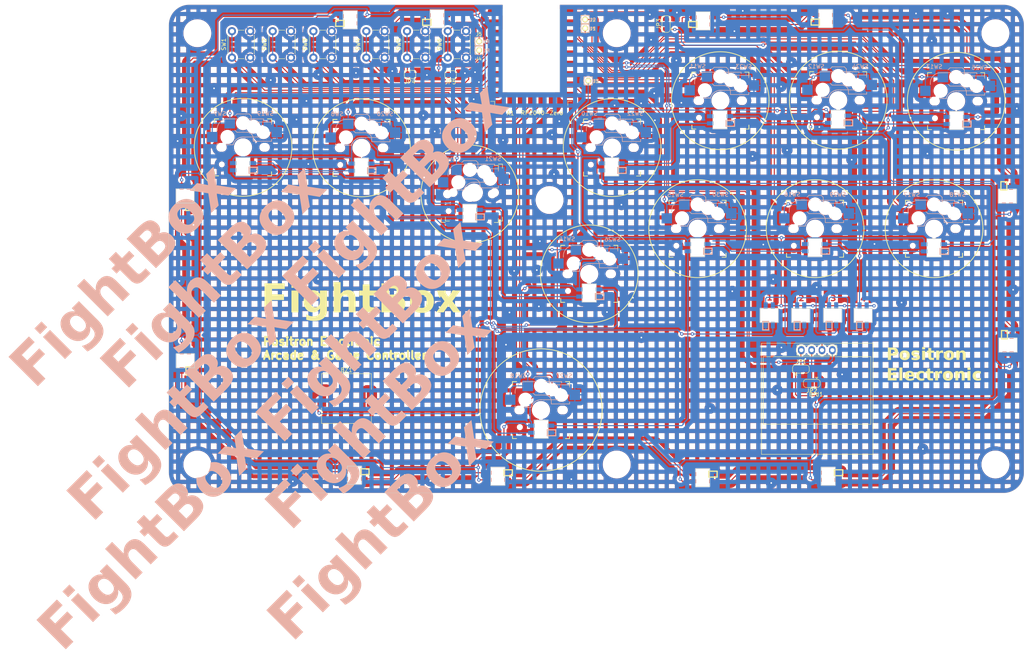
<source format=kicad_pcb>
(kicad_pcb (version 20221018) (generator pcbnew)
  (layers (0 "F.Cu" signal) (31 "B.Cu" signal) (34 "B.Paste" user) (35 "F.Paste" user) (36 "B.SilkS" user "B.Silkscreen") (37 "F.SilkS" user "F.Silkscreen") (38 "B.Mask" user) (39 "F.Mask" user) (44 "Edge.Cuts" user))
  (net 0 "")
  (net 1 "GND")
  (net 2 "LEFT")
  (net 3 "DOWN")
  (net 4 "RIGHT")
  (net 5 "UP")
  (net 6 "L1")
  (net 7 "R1")
  (net 8 "TRIANGLE")
  (net 9 "SQUARE")
  (net 10 "CIRCLE")
  (net 11 "CROSS")
  (net 12 "R2")
  (net 13 "L2")
  (net 14 "OPT1")
  (net 15 "OPT2")
  (net 16 "OPT3")
  (net 17 "OPT4")
  (net 18 "OPT5")
  (net 19 "OPT6")
  (net 20 "din")
  (net 22 "Net-(L1-DOUT)")
  (net 23 "Net-(L1-DIN)")
  (net 24 "VCC")
  (net 25 "Net-(L3-DOUT)")
  (net 26 "Net-(L4-DOUT)")
  (net 27 "Net-(L5-DOUT)")
  (net 28 "Net-(L6-DOUT)")
  (net 29 "Net-(L7-DOUT)")
  (net 30 "Net-(L8-DOUT)")
  (net 31 "Net-(L10-DIN)")
  (net 32 "Net-(L10-DOUT)")
  (net 33 "Net-(L11-DOUT)")
  (net 34 "din2")
  (net 35 "Net-(L13-DOUT)")
  (net 36 "Net-(L13-DIN)")
  (net 37 "Net-(L14-DOUT)")
  (net 38 "Net-(L15-DIN)")
  (net 39 "Net-(L16-DOUT)")
  (net 40 "Net-(L17-DIN)")
  (net 41 "Net-(L18-DOUT)")
  (net 42 "Net-(L19-DIN)")
  (net 43 "Net-(L20-DOUT)")
  (net 44 "Net-(L21-DIN)")
  (net 45 "Net-(L22-DOUT)")
  (net 47 "SDA")
  (net 48 "SCL")
  (net 49 "Net-(Brd1-GND)")
  (net 50 "Net-(Brd1-VCC)")
  (net 51 "Net-(L2-DIN)")
  (net 52 "Net-(L25-DIN)")
  (net 53 "Net-(L26-DIN)")
  (net 54 "Net-(L27-DIN)")
  (net 55 "buzzer")
  (net 56 "Net-(JP3-A)")
  (net 57 "din2_")
  (net 58 "Net-(A1-GPIO28)")
  (net 59 "Net-(A1-GPIO29)")
  (footprint "keyswitch:Kailh_socket_PG1350" (layer "F.Cu") (at 87.32 65.17 180)
    (fp_text reference "SW8")
    (fp_text value "SW_Push")
  )
  (footprint "keyswitch:Kailh_socket_PG1350" (layer "F.Cu") (at 113.92 76.52 180)
    (fp_text reference "SW9")
    (fp_text value "SW_Push")
  )
  (footprint "keyswitch:Kailh_socket_PG1350" (layer "F.Cu") (at 131.42 129.62 180)
    (fp_text reference "SW18")
    (fp_text value "SW_Push")
  )
  (footprint "keyswitch:Kailh_socket_PG1350" (layer "F.Cu") (at 148.86 65.11 180)
    (fp_text reference "SW10")
    (fp_text value "SW_Push")
  )
  (footprint "keyswitch:Kailh_socket_PG1350" (layer "F.Cu") (at 175.42 53.58 180)
    (fp_text reference "SW11")
    (fp_text value "SW_Push")
  )
  (footprint "keyswitch:Kailh_socket_PG1350" (layer "F.Cu") (at 204.39 53.46 180)
    (fp_text reference "SW12")
    (fp_text value "SW_Push")
  )
  (footprint "keyswitch:Kailh_socket_PG1350" (layer "F.Cu") (at 233.36 53.7 180)
    (fp_text reference "SW13")
    (fp_text value "SW_Push")
  )
  (footprint "keyswitch:Kailh_socket_PG1350" (layer "F.Cu") (at 143.25 96.15 180)
    (fp_text reference "SW14")
    (fp_text value "SW_Push")
  )
  (footprint "keyswitch:Kailh_socket_PG1350" (layer "F.Cu") (at 169.86 85.04 180)
    (fp_text reference "SW15")
    (fp_text value "SW_Push")
  )
  (footprint "keyswitch:Kailh_socket_PG1350" (layer "F.Cu") (at 198.71 85.04 180)
    (fp_text reference "SW16")
    (fp_text value "SW_Push")
  )
  (footprint "keyswitch:Kailh_socket_PG1350" (layer "F.Cu") (at 227.92 85.04 180)
    (fp_text reference "SW17")
    (fp_text value "SW_Push")
  )
  (footprint "MountingHole:MountingHole_6.4mm_M6" (layer "F.Cu") (at 47 37)
    (fp_text reference "H1" hide)
    (fp_text value "MountingHole")
  )
  (footprint "MountingHole:MountingHole_6.4mm_M6" (layer "F.Cu") (at 47 143)
    (fp_text reference "H4" hide)
    (fp_text value "MountingHole")
  )
  (footprint "MountingHole:MountingHole_6.4mm_M6" (layer "F.Cu") (at 243 143)
    (fp_text reference "H6" hide)
    (fp_text value "MountingHole")
  )
  (footprint "MountingHole:MountingHole_6.4mm_M6" (layer "F.Cu") (at 243 37)
    (fp_text reference "H3" hide)
    (fp_text value "MountingHole")
  )
  (footprint "keyswitch:Kailh_socket_PG1350" (layer "F.Cu") (at 58.225 65.05 180)
    (fp_text reference "SW7")
    (fp_text value "SW_Push")
  )
  (footprint "MountingHole:MountingHole_6.4mm_M6" (layer "F.Cu") (at 150 37)
    (fp_text reference "H2" hide)
    (fp_text value "MountingHole")
  )
  (footprint "Button_Switch_THT:SW_PUSH_6mm_H5mm" (layer "F.Cu") (at 88.5 43 90)
    (fp_text reference "SW4")
    (fp_text value "SW_Push")
  )
  (footprint "Button_Switch_THT:SW_PUSH_6mm_H5mm" (layer "F.Cu") (at 65.5 43 90)
    (fp_text reference "SW2")
    (fp_text value "SW_Push")
  )
  (footprint "Button_Switch_THT:SW_PUSH_6mm_H5mm" (layer "F.Cu") (at 98.5 43 90)
    (fp_text reference "SW5")
    (fp_text value "SW_Push")
  )
  (footprint "Button_Switch_THT:SW_PUSH_6mm_H5mm" (layer "F.Cu") (at 55.5 43 90)
    (fp_text reference "SW1")
    (fp_text value "SW_Push")
  )
  (footprint "Button_Switch_THT:SW_PUSH_6mm_H5mm" (layer "F.Cu") (at 75.5 43 90)
    (fp_text reference "SW3")
    (fp_text value "SW_Push")
  )
  (footprint "Button_Switch_THT:SW_PUSH_6mm_H5mm" (layer "F.Cu") (at 108.5 43 90)
    (fp_text reference "SW6")
    (fp_text value "SW_Push")
  )
  (footprint "MountingHole:MountingHole_6.4mm_M6" (layer "F.Cu") (at 133.5 78)
    (fp_text reference "H7" hide)
    (fp_text value "MountingHole")
  )
  (footprint "MountingHole:MountingHole_6.4mm_M6" (layer "F.Cu") (at 150 143)
    (fp_text reference "H5" hide)
    (fp_text value "MountingHole")
  )
  (footprint "Jumper:SolderJumper-3_P1.3mm_Open_RoundedPad1.0x1.5mm" (layer "F.Cu") (at 195.225 119.5575)
    (fp_text reference "JP1")
    (fp_text value "Jumper_3_Open")
  )
  (footprint "kbd:SK6812MINI_rev" (layer "F.Cu") (at 148.7425 69.85 180)
    (fp_text reference "L9" hide)
    (fp_text value "kbd_SK6812MINI" hide)
    (fp_line (start -1.75 -2.25) (end -1.75 2.25) (stroke (width 0.15)) (layer "Edge.Cuts"))
    (fp_line (start -1.75 -2.25) (end 1.75 -2.25) (stroke (width 0.15)) (layer "Edge.Cuts"))
    (fp_line (start 1.75 -2.25) (end 1.75 2.25) (stroke (width 0.15)) (layer "Edge.Cuts"))
    (fp_line (start 1.75 2.25) (end -1.75 2.25) (stroke (width 0.15)) (layer "Edge.Cuts"))
  )
  (footprint "Jumper:SolderJumper-3_P1.3mm_Open_RoundedPad1.0x1.5mm" (layer "F.Cu") (at 197.9 123.0675 180)
    (fp_text reference "JP2")
    (fp_text value "Jumper_3_Open")
  )
  (footprint "kbd:SK6812MINI_rev" (layer "F.Cu") (at 227.9 89.75 180)
    (fp_text reference "L8" hide)
    (fp_text value "kbd_SK6812MINI" hide)
    (fp_line (start -1.75 -2.25) (end -1.75 2.25) (stroke (width 0.15)) (layer "Edge.Cuts"))
    (fp_line (start -1.75 -2.25) (end 1.75 -2.25) (stroke (width 0.15)) (layer "Edge.Cuts"))
    (fp_line (start 1.75 -2.25) (end 1.75 2.25) (stroke (width 0.15)) (layer "Edge.Cuts"))
    (fp_line (start 1.75 2.25) (end -1.75 2.25) (stroke (width 0.15)) (layer "Edge.Cuts"))
  )
  (footprint "kbd:SK6812MINI_rev" (layer "F.Cu") (at 113.9 81.275 180)
    (fp_text reference "L3" hide)
    (fp_text value "kbd_SK6812MINI" hide)
    (fp_line (start -1.75 -2.25) (end -1.75 2.25) (stroke (width 0.15)) (layer "Edge.Cuts"))
    (fp_line (start -1.75 -2.25) (end 1.75 -2.25) (stroke (width 0.15)) (layer "Edge.Cuts"))
    (fp_line (start 1.75 -2.25) (end 1.75 2.25) (stroke (width 0.15)) (layer "Edge.Cuts"))
    (fp_line (start 1.75 2.25) (end -1.75 2.25) (stroke (width 0.15)) (layer "Edge.Cuts"))
  )
  (footprint "Jumper:SolderJumper-2_P1.3mm_Open_RoundedPad1.0x1.5mm" (layer "F.Cu") (at 99.23 47.14 180)
    (fp_text reference "JP4")
    (fp_text value "Jumper_2_Open")
  )
  (footprint "kbd:SK6812MINI_rev" (layer "F.Cu") (at 195.175 106.35 90)
    (fp_text reference "L26" hide)
    (fp_text value "kbd_SK6812MINI" hide)
    (fp_line (start -1.75 -2.25) (end -1.75 2.25) (stroke (width 0.15)) (layer "Edge.Cuts"))
    (fp_line (start -1.75 -2.25) (end 1.75 -2.25) (stroke (width 0.15)) (layer "Edge.Cuts"))
    (fp_line (start 1.75 -2.25) (end 1.75 2.25) (stroke (width 0.15)) (layer "Edge.Cuts"))
    (fp_line (start 1.75 2.25) (end -1.75 2.25) (stroke (width 0.15)) (layer "Edge.Cuts"))
  )
  (footprint "keyswitch:Kailh_socket_MX" (layer "F.Cu") (at 114.92 76.17)
    (fp_text reference "SW21")
    (fp_text value "SW_PUSH")
  )
  (footprint "RP2040-Zero:RP2040-Zero" (layer "F.Cu") (at 129 42)
    (fp_text reference "A1")
    (fp_text value "RP2040-Zero")
  )
  (footprint "solfe:1pin_conn" (layer "F.Cu") (at 116.21 39.01)
    (fp_text reference "J5")
    (fp_text value "i2c_pin-Lily58-cache" hide)
  )
  (footprint "oled:128x64OLED" (layer "F.Cu") (at 198.95 125.5)
    (fp_text reference "Brd1")
    (fp_text value "SSD1306")
  )
  (footprint "Jumper:SolderJumper-3_P1.3mm_Open_RoundedPad1.0x1.5mm" (layer "F.Cu") (at 162.11 34.75 90)
    (fp_text reference "JP3")
    (fp_text value "Jumper_3_Open")
  )
  (footprint "kbd:SK6812MINI_rev" (layer "F.Cu") (at 143.25 100.85 180)
    (fp_text reference "L4" hide)
    (fp_text value "kbd_SK6812MINI" hide)
    (fp_line (start -1.75 -2.25) (end -1.75 2.25) (stroke (width 0.15)) (layer "Edge.Cuts"))
    (fp_line (start -1.75 -2.25) (end 1.75 -2.25) (stroke (width 0.15)) (layer "Edge.Cuts"))
    (fp_line (start 1.75 -2.25) (end 1.75 2.25) (stroke (width 0.15)) (layer "Edge.Cuts"))
    (fp_line (start 1.75 2.25) (end -1.75 2.25) (stroke (width 0.15)) (layer "Edge.Cuts"))
  )
  (footprint "kbd:SK6812MINI_rev" (layer "F.Cu") (at 169.85 89.7 180)
    (fp_text reference "L6" hide)
    (fp_text value "kbd_SK6812MINI" hide)
    (fp_line (start -1.75 -2.25) (end -1.75 2.25) (stroke (width 0.15)) (layer "Edge.Cuts"))
    (fp_line (start -1.75 -2.25) (end 1.75 -2.25) (stroke (width 0.15)) (layer "Edge.Cuts"))
    (fp_line (start 1.75 -2.25) (end 1.75 2.25) (stroke (width 0.15)) (layer "Edge.Cuts"))
    (fp_line (start 1.75 2.25) (end -1.75 2.25) (stroke (width 0.15)) (layer "Edge.Cuts"))
  )
  (footprint "kbd:SK6812MINI_rev" (layer "F.Cu") (at 210.5 106.35 90)
    (fp_text reference "L28" hide)
    (fp_text value "kbd_SK6812MINI" hide)
    (fp_line (start -1.75 -2.25) (end -1.75 2.25) (stroke (width 0.15)) (layer "Edge.Cuts"))
    (fp_line (start -1.75 -2.25) (end 1.75 -2.25) (stroke (width 0.15)) (layer "Edge.Cuts"))
    (fp_line (start 1.75 -2.25) (end 1.75 2.25) (stroke (width 0.15)) (layer "Edge.Cuts"))
    (fp_line (start 1.75 2.25) (end -1.75 2.25) (stroke (width 0.15)) (layer "Edge.Cuts"))
  )
  (footprint "keyswitch:Kailh_socket_MX" (layer "F.Cu") (at 175.47 53.57)
    (fp_text reference "SW23")
    (fp_text value "SW_PUSH")
  )
  (footprint "keyswitch:Kailh_socket_MX" (layer "F.Cu") (at 169.86 85.04)
    (fp_text reference "SW30")
    (fp_text value "SW_PUSH")
  )
  (footprint "kbd:SK6812MINI_rev" (layer "F.Cu") (at 187.45 106.35 90)
    (fp_text reference "L25" hide)
    (fp_text value "kbd_SK6812MINI" hide)
    (fp_line (start -1.75 -2.25) (end -1.75 2.25) (stroke (width 0.15)) (layer "Edge.Cuts"))
    (fp_line (start -1.75 -2.25) (end 1.75 -2.25) (stroke (width 0.15)) (layer "Edge.Cuts"))
    (fp_line (start 1.75 -2.25) (end 1.75 2.25) (stroke (width 0.15)) (layer "Edge.Cuts"))
    (fp_line (start 1.75 2.25) (end -1.75 2.25) (stroke (width 0.15)) (layer "Edge.Cuts"))
  )
  (footprint "solfe:1pin_conn" (layer "F.Cu") (at 116.22 41.19)
    (fp_text reference "J4")
    (fp_text value "i2c_pin-Lily58-cache" hide)
  )
  (footprint "kbd:SK6812MINI_rev" (layer "F.Cu") (at 204.35 58.15 180)
    (fp_text reference "L11" hide)
    (fp_text value "kbd_SK6812MINI" hide)
    (fp_line (start -1.75 -2.25) (end -1.75 2.25) (stroke (width 0.15)) (layer "Edge.Cuts"))
    (fp_line (start -1.75 -2.25) (end 1.75 -2.25) (stroke (width 0.15)) (layer "Edge.Cuts"))
    (fp_line (start 1.75 -2.25) (end 1.75 2.25) (stroke (width 0.15)) (layer "Edge.Cuts"))
    (fp_line (start 1.75 2.25) (end -1.75 2.25) (stroke (width 0.15)) (layer "Edge.Cuts"))
  )
  (footprint "keyswitch:Kailh_socket_MX" (layer "F.Cu") (at 204.39 53.46)
    (fp_text reference "SW24")
    (fp_text value "SW_PUSH")
  )
  (footprint "Buzzer_Beeper:Buzzer_Murata_PKLCS1212E" (layer "F.Cu") (at 83.625 126.8)
    (fp_text reference "BZ1")
    (fp_text value "Buzzer")
  )
  (footprint "kbd:SK6812MINI_rev" (layer "F.Cu") (at 198.7 89.7 180)
    (fp_text reference "L7" hide)
    (fp_text value "kbd_SK6812MINI" hide)
    (fp_line (start -1.75 -2.25) (end -1.75 2.25) (stroke (width 0.15)) (layer "Edge.Cuts"))
    (fp_line (start -1.75 -2.25) (end 1.75 -2.25) (stroke (width 0.15)) (layer "Edge.Cuts"))
    (fp_line (start 1.75 -2.25) (end 1.75 2.25) (stroke (width 0.15)) (layer "Edge.Cuts"))
    (fp_line (start 1.75 2.25) (end -1.75 2.25) (stroke (width 0.15)) (layer "Edge.Cuts"))
  )
  (footprint "Jumper:SolderJumper-2_P1.3mm_Open_RoundedPad1.0x1.5mm" (layer "F.Cu") (at 109.18 47.22 180)
    (fp_text reference "JP5")
    (fp_text value "Jumper_2_Open")
  )
  (footprint "keyswitch:Kailh_socket_MX" (layer "F.Cu") (at 227.92 85.04)
    (fp_text reference "SW28")
    (fp_text value "SW_PUSH")
  )
  (footprint "kbd:SK6812MINI_rev" (layer "F.Cu") (at 233.45 58.45 180)
    (fp_text reference "L12" hide)
    (fp_text value "kbd_SK6812MINI" hide)
    (fp_line (start -1.75 -2.25) (end -1.75 2.25) (stroke (width 0.15)) (layer "Edge.Cuts"))
    (fp_line (start -1.75 -2.25) (end 1.75 -2.25) (stroke (width 0.15)) (layer "Edge.Cuts"))
    (fp_line (start 1.75 -2.25) (end 1.75 2.25) (stroke (width 0.15)) (layer "Edge.Cuts"))
    (fp_line (start 1.75 2.25) (end -1.75 2.25) (stroke (width 0.15)) (layer "Edge.Cuts"))
  )
  (footprint "solfe:1pin_conn" (layer "F.Cu") (at 142.25 33.625)
    (fp_text reference "J2")
    (fp_text value "i2c_pin-Lily58-cache" hide)
  )
  (footprint "keyswitch:Kailh_socket_MX" (layer "F.Cu") (at 143.25 96.15)
    (fp_text reference "SW26")
    (fp_text value "SW_PUSH")
  )
  (footprint "keyswitch:Kailh_socket_MX" (layer "F.Cu") (at 198.71 85.04)
    (fp_text reference "SW29")
    (fp_text value "SW_PUSH")
  )
  (footprint "keyswitch:Kailh_socket_MX" (layer "F.Cu") (at 87.32 65.17)
    (fp_text reference "SW20")
    (fp_text value "SW_PUSH")
  )
  (footprint "kbd:SK6812MINI_rev" (layer "F.Cu") (at 203.025 106.3175 90)
    (fp_text reference "L27" hide)
    (fp_text value "kbd_SK6812MINI" hide)
    (fp_line (start -1.75 -2.25) (end -1.75 2.25) (stroke (width 0.15)) (layer "Edge.Cuts"))
    (fp_line (start -1.75 -2.25) (end 1.75 -2.25) (stroke (width 0.15)) (layer "Edge.Cuts"))
    (fp_line (start 1.75 -2.25) (end 1.75 2.25) (stroke (width 0.15)) (layer "Edge.Cuts"))
    (fp_line (start 1.75 2.25) (end -1.75 2.25) (stroke (width 0.15)) (layer "Edge.Cuts"))
  )
  (footprint "kbd:SK6812MINI_rev" (layer "F.Cu") (at 131.45 134.325 180)
    (fp_text reference "L5" hide)
    (fp_text value "kbd_SK6812MINI" hide)
    (fp_line (start -1.75 -2.25) (end -1.75 2.25) (stroke (width 0.15)) (layer "Edge.Cuts"))
    (fp_line (start -1.75 -2.25) (end 1.75 -2.25) (stroke (width 0.15)) (layer "Edge.Cuts"))
    (fp_line (start 1.75 -2.25) (end 1.75 2.25) (stroke (width 0.15)) (layer "Edge.Cuts"))
    (fp_line (start 1.75 2.25) (end -1.75 2.25) (stroke (width 0.15)) (layer "Edge.Cuts"))
  )
  (footprint "keyswitch:Kailh_socket_MX" (layer "F.Cu") (at 233.36 53.7)
    (fp_text reference "SW25")
    (fp_text value "SW_PUSH")
  )
  (footprint "keyswitch:Kailh_socket_MX" (layer "F.Cu") (at 131.395 129.62)
    (fp_text reference "SW27")
    (fp_text value "SW_PUSH")
  )
  (footprint "keyswitch:Kailh_socket_MX" (layer "F.Cu") (at 148.87 65.11)
    (fp_text reference "SW22")
    (fp_text value "SW_PUSH")
  )
  (footprint "kbd:SK6812MINI_rev" (layer "F.Cu") (at 175.35 58.275 180)
    (fp_text reference "L10" hide)
    (fp_text value "kbd_SK6812MINI" hide)
    (fp_line (start -1.75 -2.25) (end -1.75 2.25) (stroke (width 0.15)) (layer "Edge.Cuts"))
    (fp_line (start -1.75 -2.25) (end 1.75 -2.25) (stroke (width 0.15)) (layer "Edge.Cuts"))
    (fp_line (start 1.75 -2.25) (end 1.75 2.25) (stroke (width 0.15)) (layer "Edge.Cuts"))
    (fp_line (start 1.75 2.25) (end -1.75 2.25) (stroke (width 0.15)) (layer "Edge.Cuts"))
  )
  (footprint "kbd:SK6812MINI_rev" (layer "F.Cu") (at 87.3 69.925 180)
    (fp_text reference "L1" hide)
    (fp_text value "kbd_SK6812MINI" hide)
    (fp_line (start -1.75 -2.25) (end -1.75 2.25) (stroke (width 0.15)) (layer "Edge.Cuts"))
    (fp_line (start -1.75 -2.25) (end 1.75 -2.25) (stroke (width 0.15)) (layer "Edge.Cuts"))
    (fp_line (start 1.75 -2.25) (end 1.75 2.25) (stroke (width 0.15)) (layer "Edge.Cuts"))
    (fp_line (start 1.75 2.25) (end -1.75 2.25) (stroke (width 0.15)) (layer "Edge.Cuts"))
  )
  (footprint "keyswitch:Kailh_socket_MX" (layer "F.Cu") (at 58.22 65.05)
    (fp_text reference "SW19")
    (fp_text value "SW_PUSH")
  )
  (footprint "solfe:1pin_conn" (layer "F.Cu") (at 142.25 35.8)
    (fp_text reference "J1")
    (fp_text value "i2c_pin-Lily58-cache" hide)
  )
  (footprint "solfe:1pin_conn" (layer "F.Cu") (at 143 48.7)
    (fp_text reference "J3")
    (fp_text value "i2c_pin-Lily58-cache" hide)
  )
  (footprint "kbd:SK6812MINI_rev" (layer "F.Cu") (at 58.2 69.8 180)
    (fp_text reference "L2" hide)
    (fp_text value "kbd_SK6812MINI" hide)
    (fp_line (start -1.75 -2.25) (end -1.75 2.25) (stroke (width 0.15)) (layer "Edge.Cuts"))
    (fp_line (start -1.75 -2.25) (end 1.75 -2.25) (stroke (width 0.15)) (layer "Edge.Cuts"))
    (fp_line (start 1.75 -2.25) (end 1.75 2.25) (stroke (width 0.15)) (layer "Edge.Cuts"))
    (fp_line (start 1.75 2.25) (end -1.75 2.25) (stroke (width 0.15)) (layer "Edge.Cuts"))
  )
  (footprint "kbd:SK6812MINI_rev" (layer "B.Cu") (at 120.8 145.9 180)
    (fp_text reference "L13" hide)
    (fp_text value "kbd_SK6812MINI" hide)
    (fp_line (start -1.75 2.25) (end -1.75 -2.25) (stroke (width 0.15)) (layer "Edge.Cuts"))
    (fp_line (start -1.75 2.25) (end 1.75 2.25) (stroke (width 0.15)) (layer "Edge.Cuts"))
    (fp_line (start 1.75 -2.25) (end -1.75 -2.25) (stroke (width 0.15)) (layer "Edge.Cuts"))
    (fp_line (start 1.75 2.25) (end 1.75 -2.25) (stroke (width 0.15)) (layer "Edge.Cuts"))
  )
  (footprint "kbd:SK6812MINI_rev" (layer "B.Cu") (at 44 77 90)
    (fp_text reference "L19" hide)
    (fp_text value "kbd_SK6812MINI" hide)
    (fp_line (start -1.75 2.25) (end -1.75 -2.25) (stroke (width 0.15)) (layer "Edge.Cuts"))
    (fp_line (start -1.75 2.25) (end 1.75 2.25) (stroke (width 0.15)) (layer "Edge.Cuts"))
    (fp_line (start 1.75 -2.25) (end -1.75 -2.25) (stroke (width 0.15)) (layer "Edge.Cuts"))
    (fp_line (start 1.75 2.25) (end 1.75 -2.25) (stroke (width 0.15)) (layer "Edge.Cuts"))
  )
  (footprint "kbd:SK6812MINI_rev" (layer "B.Cu") (at 44.05 117.4925 90)
    (fp_text reference "L17" hide)
    (fp_text value "kbd_SK6812MINI" hide)
    (fp_line (start -1.75 2.25) (end -1.75 -2.25) (stroke (width 0.15)) (layer "Edge.Cuts"))
    (fp_line (start -1.75 2.25) (end 1.75 2.25) (stroke (width 0.15)) (layer "Edge.Cuts"))
    (fp_line (start 1.75 -2.25) (end -1.75 -2.25) (stroke (width 0.15)) (layer "Edge.Cuts"))
    (fp_line (start 1.75 2.25) (end 1.75 -2.25) (stroke (width 0.15)) (layer "Edge.Cuts"))
  )
  (footprint "kbd:SK6812MINI_rev" (layer "B.Cu") (at 245.95 77.0575 -90)
    (fp_text reference "L20" hide)
    (fp_text value "kbd_SK6812MINI" hide)
    (fp_line (start -1.75 2.25) (end -1.75 -2.25) (stroke (width 0.15)) (layer "Edge.Cuts"))
    (fp_line (start -1.75 2.25) (end 1.75 2.25) (stroke (width 0.15)) (layer "Edge.Cuts"))
    (fp_line (start 1.75 -2.25) (end -1.75 -2.25) (stroke (width 0.15)) (layer "Edge.Cuts"))
    (fp_line (start 1.75 2.25) (end 1.75 -2.25) (stroke (width 0.15)) (layer "Edge.Cuts"))
  )
  (footprint "kbd:SK6812MINI_rev" (layer "B.Cu") (at 201.9425 145.9 180)
    (fp_text reference "L16" hide)
    (fp_text value "kbd_SK6812MINI" hide)
    (fp_line (start -1.75 2.25) (end -1.75 -2.25) (stroke (width 0.15)) (layer "Edge.Cuts"))
    (fp_line (start -1.75 2.25) (end 1.75 2.25) (stroke (width 0.15)) (layer "Edge.Cuts"))
    (fp_line (start 1.75 -2.25) (end -1.75 -2.25) (stroke (width 0.15)) (layer "Edge.Cuts"))
    (fp_line (start 1.75 2.25) (end 1.75 -2.25) (stroke (width 0.15)) (layer "Edge.Cuts"))
  )
  (footprint "kbd:SK6812MINI_rev" (layer "B.Cu") (at 246.1 113.65 -90)
    (fp_text reference "L18" hide)
    (fp_text value "kbd_SK6812MINI" hide)
    (fp_line (start -1.75 2.25) (end -1.75 -2.25) (stroke (width 0.15)) (layer "Edge.Cuts"))
    (fp_line (start -1.75 2.25) (end 1.75 2.25) (stroke (width 0.15)) (layer "Edge.Cuts"))
    (fp_line (start 1.75 -2.25) (end -1.75 -2.25) (stroke (width 0.15)) (layer "Edge.Cuts"))
    (fp_line (start 1.75 2.25) (end 1.75 -2.25) (stroke (width 0.15)) (layer "Edge.Cuts"))
  )
  (footprint "kbd:SK6812MINI_rev" (layer "B.Cu") (at 201.3 33.4)
    (fp_text reference "L22" hide)
    (fp_text value "kbd_SK6812MINI" hide)
    (fp_line (start -1.75 2.25) (end -1.75 -2.25) (stroke (width 0.15)) (layer "Edge.Cuts"))
    (fp_line (start -1.75 2.25) (end 1.75 2.25) (stroke (width 0.15)) (layer "Edge.Cuts"))
    (fp_line (start 1.75 -2.25) (end -1.75 -2.25) (stroke (width 0.15)) (layer "Edge.Cuts"))
    (fp_line (start 1.75 2.25) (end 1.75 -2.25) (stroke (width 0.15)) (layer "Edge.Cuts"))
  )
  (footprint "kbd:SK6812MINI_rev" (layer "B.Cu") (at 171.0925 146.25 180)
    (fp_text reference "L14" hide)
    (fp_text value "kbd_SK6812MINI" hide)
    (fp_line (start -1.75 2.25) (end -1.75 -2.25) (stroke (width 0.15)) (layer "Edge.Cuts"))
    (fp_line (start -1.75 2.25) (end 1.75 2.25) (stroke (width 0.15)) (layer "Edge.Cuts"))
    (fp_line (start 1.75 -2.25) (end -1.75 -2.25) (stroke (width 0.15)) (layer "Edge.Cuts"))
    (fp_line (start 1.75 2.25) (end 1.75 -2.25) (stroke (width 0.15)) (layer "Edge.Cuts"))
  )
  (footprint "kbd:SK6812MINI_rev" (layer "B.Cu") (at 105.9 33.45)
    (fp_text reference "L23" hide)
    (fp_text value "kbd_SK6812MINI" hide)
    (fp_line (start -1.75 2.25) (end -1.75 -2.25) (stroke (width 0.15)) (layer "Edge.Cuts"))
    (fp_line (start -1.75 2.25) (end 1.75 2.25) (stroke (width 0.15)) (layer "Edge.Cuts"))
    (fp_line (start 1.75 -2.25) (end -1.75 -2.25) (stroke (width 0.15)) (layer "Edge.Cuts"))
    (fp_line (start 1.75 2.25) (end 1.75 -2.25) (stroke (width 0.15)) (layer "Edge.Cuts"))
  )
  (footprint "kbd:SK6812MINI_rev" (layer "B.Cu") (at 84.55 33.7)
    (fp_text reference "L21" hide)
    (fp_text value "kbd_SK6812MINI" hide)
    (fp_line (start -1.75 2.25) (end -1.75 -2.25) (stroke (width 0.15)) (layer "Edge.Cuts"))
    (fp_line (start -1.75 2.25) (end 1.75 2.25) (stroke (width 0.15)) (layer "Edge.Cuts"))
    (fp_line (start 1.75 -2.25) (end -1.75 -2.25) (stroke (width 0.15)) (layer "Edge.Cuts"))
    (fp_line (start 1.75 2.25) (end 1.75 -2.25) (stroke (width 0.15)) (layer "Edge.Cuts"))
  )
  (footprint "kbd:SK6812MINI_rev" (layer "B.Cu") (at 85.6 145.65 180)
    (fp_text reference "L15" hide)
    (fp_text value "kbd_SK6812MINI" hide)
    (fp_line (start -1.75 2.25) (end -1.75 -2.25) (stroke (width 0.15)) (layer "Edge.Cuts"))
    (fp_line (start -1.75 2.25) (end 1.75 2.25) (stroke (width 0.15)) (layer "Edge.Cuts"))
    (fp_line (start 1.75 -2.25) (end -1.75 -2.25) (stroke (width 0.15)) (layer "Edge.Cuts"))
    (fp_line (start 1.75 2.25) (end 1.75 -2.25) (stroke (width 0.15)) (layer "Edge.Cuts"))
  )
  (footprint "kbd:SK6812MINI_rev" (layer "B.Cu") (at 171.2 33.975)
    (fp_text reference "L24" hide)
    (fp_text value "kbd_SK6812MINI" hide)
    (fp_line (start -1.75 2.25) (end -1.75 -2.25) (stroke (width 0.15)) (layer "Edge.Cuts"))
    (fp_line (start -1.75 2.25) (end 1.75 2.25) (stroke (width 0.15)) (layer "Edge.Cuts"))
    (fp_line (start 1.75 -2.25) (end -1.75 -2.25) (stroke (width 0.15)) (layer "Edge.Cuts"))
    (fp_line (start 1.75 2.25) (end 1.75 -2.25) (stroke (width 0.15)) (layer "Edge.Cuts"))
  )
  (gr_line (start 216.382567 53.463258) (end 216.382567 53.463258) (stroke (width 0.2)) (layer "F.SilkS"))
  (gr_line (start 245.355098 53.699766) (end 245.355098 53.699766) (stroke (width 0.2)) (layer "F.SilkS"))
  (gr_curve (pts (xy 75.320345 65.17053) (xy 75.320345 60.873617) (xy 77.606529 56.903105) (xy 81.317714 54.754648)) (stroke (width 0.2)) (layer "F.SilkS"))
  (gr_curve (pts (xy 93.312452 54.754648) (xy 97.023636 56.903105) (xy 99.309821 60.873617) (xy 99.309821 65.17053)) (stroke (width 0.2)) (layer "F.SilkS"))
  (gr_curve (pts (xy 181.412661 63.9974) (xy 177.701476 66.145857) (xy 173.129108 66.145857) (xy 169.417923 63.9974)) (stroke (width 0.2)) (layer "F.SilkS"))
  (gr_curve (pts (xy 233.918028 74.621539) (xy 237.629213 76.769996) (xy 239.915397 80.740507) (xy 239.915397 85.037421)) (stroke (width 0.2)) (layer "F.SilkS"))
  (gr_line (start 187.41003 53.581518) (end 187.41003 53.581518) (stroke (width 0.2)) (layer "F.SilkS"))
  (gr_curve (pts (xy 233.918028 95.453303) (xy 230.206843 97.601759) (xy 225.634475 97.601759) (xy 221.92329 95.453303)) (stroke (width 0.2)) (layer "F.SilkS"))
  (gr_curve (pts (xy 123.913745 142.649412) (xy 119.271238 139.9618) (xy 116.411337 134.994889) (xy 116.411337 129.619665)) (stroke (width 0.2)) (layer "F.SilkS"))
  (gr_curve (pts (xy 204.70893 95.453303) (xy 200.997745 97.601759) (xy 196.425377 97.601759) (xy 192.714192 95.453303)) (stroke (width 0.2)) (layer "F.SilkS"))
  (gr_curve (pts (xy 192.714192 74.621539) (xy 196.425377 72.473082) (xy 200.997745 72.473082) (xy 204.70893 74.621539)) (stroke (width 0.2)) (layer "F.SilkS"))
  (gr_curve (pts (xy 239.915397 85.037421) (xy 239.915397 89.334334) (xy 237.629213 93.304846) (xy 233.918028 95.453303)) (stroke (width 0.2)) (layer "F.SilkS"))
  (gr_curve (pts (xy 142.865684 75.530868) (xy 139.154499 73.382411) (xy 136.868315 69.4119) (xy 136.868315 65.114986)) (stroke (width 0.2)) (layer "F.SilkS"))
  (gr_curve (pts (xy 210.706299 85.037421) (xy 210.706299 89.334334) (xy 208.420115 93.304846) (xy 204.70893 95.453303)) (stroke (width 0.2)) (layer "F.SilkS"))
  (gr_curve (pts (xy 210.385198 43.047376) (xy 214.096383 45.195832) (xy 216.382567 49.166344) (xy 216.382567 53.463258)) (stroke (width 0.2)) (layer "F.SilkS"))
  (gr_line (start 181.852021 85.037421) (end 181.852021 85.037421) (stroke (width 0.2)) (layer "F.SilkS"))
  (gr_curve (pts (xy 221.92329 95.453303) (xy 218.212105 93.304846) (xy 215.925921 89.334334) (xy 215.925921 85.037421)) (stroke (width 0.2)) (layer "F.SilkS"))
  (gr_curve (pts (xy 93.312452 75.586412) (xy 89.601267 77.734869) (xy 85.028899 77.734869) (xy 81.317714 75.586412)) (stroke (width 0.2)) (layer "F.SilkS"))
  (gr_curve (pts (xy 175.854652 95.453303) (xy 172.143467 97.601759) (xy 167.571099 97.601759) (xy 163.859914 95.453303)) (stroke (width 0.2)) (layer "F.SilkS"))
  (gr_line (start 239.915397 85.037421) (end 239.915397 85.037421) (stroke (width 0.2)) (layer "F.SilkS"))
  (gr_curve (pts (xy 186.716823 85.037421) (xy 186.716823 80.740507) (xy 189.003008 76.769996) (xy 192.714192 74.621539)) (stroke (width 0.2)) (layer "F.SilkS"))
  (gr_curve (pts (xy 138.918561 142.649412) (xy 134.276055 145.337024) (xy 128.556251 145.337024) (xy 123.913745 142.649412)) (stroke (width 0.2)) (layer "F.SilkS"))
  (gr_curve (pts (xy 169.417923 43.165636) (xy 173.129108 41.01718) (xy 177.701476 41.01718) (xy 181.412661 43.165636)) (stroke (width 0.2)) (layer "F.SilkS"))
  (gr_curve (pts (xy 64.221646 54.636398) (xy 67.932831 56.784855) (xy 70.219015 60.755367) (xy 70.219015 65.05228)) (stroke (width 0.2)) (layer "F.SilkS"))
  (gr_curve (pts (xy 245.355098 53.699766) (xy 245.355097 60.342218) (xy 239.98487 65.72699) (xy 233.36036 65.72699)) (stroke (width 0.2)) (layer "F.SilkS"))
  (gr_curve (pts (xy 160.857791 65.114986) (xy 160.857791 69.4119) (xy 158.571607 73.382411) (xy 154.860422 75.530868)) (stroke (width 0.2)) (layer "F.SilkS"))
  (gr_curve (pts (xy 52.226909 54.636398) (xy 55.938093 52.487941) (xy 60.510462 52.487941) (xy 64.221646 54.636398)) (stroke (width 0.2)) (layer "F.SilkS"))
  (gr_curve (pts (xy 131.255108 96.153426) (xy 131.255108 91.856513) (xy 133.541293 87.886001) (xy 137.252477 85.737546)) (stroke (width 0.2)) (layer "F.SilkS"))
  (gr_curve (pts (xy 192.393091 53.463258) (xy 192.393091 49.166344) (xy 194.679275 45.195832) (xy 198.39046 43.047376)) (stroke (width 0.2)) (layer "F.SilkS"))
  (gr_curve (pts (xy 119.919904 86.938924) (xy 116.208719 89.08738) (xy 111.636351 89.08738) (xy 107.925166 86.938924)) (stroke (width 0.2)) (layer "F.SilkS"))
  (gr_curve (pts (xy 101.927798 76.523042) (xy 101.927798 72.226128) (xy 104.213982 68.255617) (xy 107.925166 66.10716)) (stroke (width 0.2)) (layer "F.SilkS"))
  (gr_curve (pts (xy 137.252477 85.737546) (xy 140.963662 83.589088) (xy 145.53603 83.589088) (xy 149.247215 85.737546)) (stroke (width 0.2)) (layer "F.SilkS"))
  (gr_curve (pts (xy 154.860422 54.699104) (xy 158.571607 56.847561) (xy 160.857791 60.818073) (xy 160.857791 65.114986)) (stroke (width 0.2)) (layer "F.SilkS"))
  (gr_curve (pts (xy 221.92329 74.621539) (xy 225.634475 72.473082) (xy 230.206843 72.473082) (xy 233.918028 74.621539)) (stroke (width 0.2)) (layer "F.SilkS"))
  (gr_line (start 155.244584 96.153426) (end 155.244584 96.153426) (stroke (width 0.2)) (layer "F.SilkS"))
  (gr_curve (pts (xy 181.852021 85.037421) (xy 181.852021 89.334334) (xy 179.565837 93.304846) (xy 175.854652 95.453303)) (stroke (width 0.2)) (layer "F.SilkS"))
  (gr_curve (pts (xy 138.918561 116.589918) (xy 143.561067 119.277529) (xy 146.420969 124.244441) (xy 146.420969 129.619665)) (stroke (width 0.2)) (layer "F.SilkS"))
  (gr_curve (pts (xy 64.221646 75.468162) (xy 60.510462 77.616619) (xy 55.938093 77.616619) (xy 52.226909 75.468162)) (stroke (width 0.2)) (layer "F.SilkS"))
  (gr_curve (pts (xy 227.362991 43.283884) (xy 231.074176 41.135427) (xy 235.646544 41.135427) (xy 239.357729 43.283884)) (stroke (width 0.2)) (layer "F.SilkS"))
  (gr_curve (pts (xy 169.417923 63.9974) (xy 165.706739 61.848943) (xy 163.420555 57.878432) (xy 163.420555 53.581518)) (stroke (width 0.2)) (layer "F.SilkS"))
  (gr_curve (pts (xy 116.411337 129.619665) (xy 116.411337 124.244441) (xy 119.271238 119.277529) (xy 123.913745 116.589918)) (stroke (width 0.2)) (layer "F.SilkS"))
  (gr_line (start 160.857791 65.114986) (end 160.857791 65.114986) (stroke (width 0.2)) (layer "F.SilkS"))
  (gr_curve (pts (xy 149.247215 85.737546) (xy 152.9584 87.886001) (xy 155.244584 91.856513) (xy 155.244584 96.153426)) (stroke (width 0.2)) (layer "F.SilkS"))
  (gr_curve (pts (xy 215.925921 85.037421) (xy 215.925921 80.740507) (xy 218.212105 76.769996) (xy 221.92329 74.621539)) (stroke (width 0.2)) (layer "F.SilkS"))
  (gr_curve (pts (xy 163.859914 95.453303) (xy 160.148729 93.304846) (xy 157.862545 89.334334) (xy 157.862545 85.037421)) (stroke (width 0.2)) (layer "F.SilkS"))
  (gr_curve (pts (xy 181.412661 43.165636) (xy 185.123846 45.314093) (xy 187.41003 49.284605) (xy 187.41003 53.581518)) (stroke (width 0.2)) (layer "F.SilkS"))
  (gr_curve (pts (xy 163.859914 74.621539) (xy 167.571099 72.473082) (xy 172.143467 72.473082) (xy 175.854652 74.621539)) (stroke (width 0.2)) (layer "F.SilkS"))
  (gr_curve (pts (xy 239.357729 43.283884) (xy 243.068914 45.432341) (xy 245.355098 49.402853) (xy 245.355098 53.699766)) (stroke (width 0.2)) (layer "F.SilkS"))
  (gr_curve (pts (xy 70.219015 65.05228) (xy 70.219015 69.349193) (xy 67.932831 73.319705) (xy 64.221646 75.468162)) (stroke (width 0.2)) (layer "F.SilkS"))
  (gr_curve (pts (xy 163.420555 53.581518) (xy 163.420555 49.284605) (xy 165.706739 45.314093) (xy 169.417923 43.165636)) (stroke (width 0.2)) (layer "F.SilkS"))
  (gr_line (start 70.219015 65.05228) (end 70.219015 65.05228) (stroke (width 0.2)) (layer "F.SilkS"))
  (gr_curve (pts (xy 107.925166 66.10716) (xy 111.636351 63.958703) (xy 116.208719 63.958703) (xy 119.919904 66.10716)) (stroke (width 0.2)) (layer "F.SilkS"))
  (gr_curve (pts (xy 146.420969 129.619665) (xy 146.420969 134.994889) (xy 143.561067 139.9618) (xy 138.918561 142.649412)) (stroke (width 0.2)) (layer "F.SilkS"))
  (gr_curve (pts (xy 157.862545 85.037421) (xy 157.862545 80.740507) (xy 160.148729 76.769996) (xy 163.859914 74.621539)) (stroke (width 0.2)) (layer "F.SilkS"))
  (gr_curve (pts (xy 119.919904 66.10716) (xy 123.631089 68.255617) (xy 125.917273 72.226128) (xy 125.917273 76.523042)) (stroke (width 0.2)) (layer "F.SilkS"))
  (gr_curve (pts (xy 123.913745 116.589918) (xy 128.556251 113.902306) (xy 134.276055 113.902306) (xy 138.918561 116.589918)) (stroke (width 0.2)) (layer "F.SilkS"))
  (gr_curve (pts (xy 107.925166 86.938924) (xy 104.213982 84.790467) (xy 101.927798 80.819955) (xy 101.927798 76.523042)) (stroke (width 0.2)) (layer "F.SilkS"))
  (gr_curve (pts (xy 210.385198 63.879139) (xy 206.674013 66.027596) (xy 202.101645 66.027596) (xy 198.39046 63.879139)) (stroke (width 0.2)) (layer "F.SilkS"))
  (gr_curve (pts (xy 221.365622 53.699766) (xy 221.365622 49.402853) (xy 223.651806 45.432341) (xy 227.362991 43.283884)) (stroke (width 0.2)) (layer "F.SilkS"))
  (gr_curve (pts (xy 81.317714 75.586412) (xy 77.606529 73.437955) (xy 75.320345 69.467444) (xy 75.320345 65.17053)) (stroke (width 0.2)) (layer "F.SilkS"))
  (gr_curve (pts (xy 187.41003 53.581518) (xy 187.41003 57.878432) (xy 185.123846 61.848943) (xy 181.412661 63.9974)) (stroke (width 0.2)) (layer "F.SilkS"))
  (gr_curve (pts (xy 198.39046 63.879139) (xy 194.679275 61.730683) (xy 192.393091 57.760171) (xy 192.393091 53.463258)) (stroke (width 0.2)) (layer "F.SilkS"))
  (gr_curve (pts (xy 137.252477 106.569308) (xy 133.541293 104.420852) (xy 131.255108 100.45034) (xy 131.255108 96.153426)) (stroke (width 0.2)) (layer "F.SilkS"))
  (gr_curve (pts (xy 81.317714 54.754648) (xy 85.028899 52.606192) (xy 89.601267 52.606192) (xy 93.312452 54.754648)) (stroke (width 0.2)) (layer "F.SilkS"))
  (gr_curve (pts (xy 136.868315 65.114986) (xy 136.868315 60.818073) (xy 139.154499 56.847561) (xy 142.865684 54.699104)) (stroke (width 0.2)) (layer "F.SilkS"))
  (gr_line (start 125.917273 76.523042) (end 125.917273 76.523042) (stroke (width 0.2)) (layer "F.SilkS"))
  (gr_line (start 99.309821 65.17053) (end 99.309821 65.17053) (stroke (width 0.2)) (layer "F.SilkS"))
  (gr_curve (pts (xy 149.247215 106.569308) (xy 145.53603 108.717765) (xy 140.963662 108.717765) (xy 137.252477 106.569308)) (stroke (width 0.2)) (layer "F.SilkS"))
  (gr_curve (pts (xy 155.244584 96.153426) (xy 155.244584 100.45034) (xy 152.9584 104.420852) (xy 149.247215 106.569308)) (stroke (width 0.2)) (layer "F.SilkS"))
  (gr_curve (pts (xy 99.309821 65.17053) (xy 99.309821 69.467444) (xy 97.023636 73.437955) (xy 93.312452 75.586412)) (stroke (width 0.2)) (layer "F.SilkS"))
  (gr_curve (pts (xy 192.714192 95.453303) (xy 189.003008 93.304846) (xy 186.716823 89.334334) (xy 186.716823 85.037421)) (stroke (width 0.2)) (layer "F.SilkS"))
  (gr_curve (pts (xy 175.854652 74.621539) (xy 179.565837 76.769996) (xy 181.852021 80.740507) (xy 181.852021 85.037421)) (stroke (width 0.2)) (layer "F.SilkS"))
  (gr_curve (pts (xy 52.226909 75.468162) (xy 48.515724 73.319705) (xy 46.22954 69.349193) (xy 46.22954 65.05228)) (stroke (width 0.2)) (layer "F.SilkS"))
  (gr_curve (pts (xy 46.22954 65.05228) (xy 46.22954 60.755367) (xy 48.515724 56.784855) (xy 52.226909 54.636398)) (stroke (width 0.2)) (layer "F.SilkS"))
  (gr_line (start 146.420969 129.619665) (end 146.420969 129.619665) (stroke (width 0.2)) (layer "F.SilkS"))
  (gr_curve (pts (xy 125.917273 76.523042) (xy 125.917273 80.819955) (xy 123.631089 84.790467) (xy 119.919904 86.938924)) (stroke (width 0.2)) (layer "F.SilkS"))
  (gr_curve (pts (xy 233.36036 65.72699) (xy 226.73585 65.72699) (xy 221.365623 60.342218) (xy 221.365622 53.699766)) (stroke (width 0.2)) (layer "F.SilkS"))
  (gr_curve (pts (xy 154.860422 75.530868) (xy 151.149237 77.679325) (xy 146.576869 77.679325) (xy 142.865684 75.530868)) (stroke (width 0.2)) (layer "F.SilkS"))
  (gr_curve (pts (xy 204.70893 74.621539) (xy 208.420115 76.769996) (xy 210.706299 80.740507) (xy 210.706299 85.037421)) (stroke (width 0.2)) (layer "F.SilkS"))
  (gr_curve (pts (xy 198.39046 43.047376) (xy 202.101645 40.898919) (xy 206.674013 40.898919) (xy 210.385198 43.047376)) (stroke (width 0.2)) (layer "F.SilkS"))
  (gr_curve (pts (xy 216.382567 53.463258) (xy 216.382567 57.760171) (xy 214.096383 61.730683) (xy 210.385198 63.879139)) (stroke (width 0.2)) (layer "F.SilkS"))
  (gr_curve (pts (xy 142.865684 54.699104) (xy 146.576869 52.550648) (xy 151.149237 52.550648) (xy 154.860422 54.699104)) (stroke (width 0.2)) (layer "F.SilkS"))
  (gr_line (start 210.706299 85.037421) (end 210.706299 85.037421) (stroke (width 0.2)) (layer "F.SilkS"))
  (gr_line (start 250 35) (end 250 145) (stroke (width 0.05)) (layer "Edge.Cuts"))
  (gr_line (start 245 150) (end 45 150) (stroke (width 0.05)) (layer "Edge.Cuts"))
  (gr_line (start 40 145) (end 40 35) (stroke (width 0.05)) (layer "Edge.Cuts"))
  (gr_line (start 45 30) (end 122 30) (stroke (width 0.05)) (layer "Edge.Cuts"))
  (gr_line (start 136 30) (end 245 30) (stroke (width 0.05)) (layer "Edge.Cuts"))
  (gr_line (start 122 30) (end 122 51.5) (stroke (width 0.05)) (layer "Edge.Cuts"))
  (gr_arc (start 40 35) (mid 41.464466 31.464466) (end 45 30) (stroke (width 0.05)) (layer "Edge.Cuts"))
  (gr_line (start 136 51.5) (end 136 30) (stroke (width 0.05)) (layer "Edge.Cuts"))
  (gr_arc (start 45 150) (mid 41.464466 148.535534) (end 40 145) (stroke (width 0.05)) (layer "Edge.Cuts"))
  (gr_arc (start 250 145) (mid 248.535534 148.535534) (end 245 150) (stroke (width 0.05)) (layer "Edge.Cuts"))
  (gr_arc (start 245 30) (mid 248.535534 31.464466) (end 250 35) (stroke (width 0.05)) (layer "Edge.Cuts"))
  (gr_line (start 122 51.5) (end 136 51.5) (stroke (width 0.05)) (layer "Edge.Cuts"))
  (gr_text "4" (at 209.85 103.2) (layer "F.Cu") (effects (font (size 1.5 1.5) (thickness 0.3) bold) (justify left bottom)))
  (gr_text "2" (at 194.625 103.125) (layer "F.Cu") (effects (font (size 1.5 1.5) (thickness 0.3) bold) (justify left bottom)))
  (gr_text "3" (at 202.45 103.1) (layer "F.Cu") (effects (font (size 1.5 1.5) (thickness 0.3) bold) (justify left bottom)))
  (gr_text "1" (at 186.775 102.975) (layer "F.Cu") (effects (font (size 1.5 1.5) (thickness 0.3) bold) (justify left bottom)))
  (gr_text "FightBox" (at 8.12 125.87 45) (layer "B.SilkS") (effects (font (size 10 10) (thickness 0.3) bold) (justify left bottom)))
  (gr_text "FightBox" (at 70.99 160.81 45) (layer "B.SilkS") (effects (font (size 10 10) (thickness 0.3) bold) (justify left bottom)))
  (gr_text "FightBox" (at 22.31 158.72 45) (layer "B.SilkS") (effects (font (size 10 10) (thickness 0.3) bold) (justify left bottom)))
  (gr_text "FightBox" (at 30.51 126.2 45) (layer "B.SilkS") (effects (font (size 10 10) (thickness 0.3) bold) (justify left bottom)))
  (gr_text "FightBox" (at 68.75 139.46 45) (layer "B.SilkS") (effects (font (size 10 10) (thickness 0.3) bold) (justify left bottom)))
  (gr_text "FightBox" (at 75.32 106.01 45) (layer "B.SilkS") (effects (font (size 10 10) (thickness 0.3) bold) (justify left bottom)))
  (gr_text "FightBox" (at 71.44 188.14 45) (layer "B.SilkS") (effects (font (size 10 10) (thickness 0.3) bold) (justify left bottom)))
  (gr_text "FightBox" (at 14.99 190.53 45) (layer "B.SilkS") (effects (font (size 10 10) (thickness 0.3) bold) (justify left bottom)))
  (gr_text "RP2040-Zero" (at 131.65 56.6) (layer "F.SilkS") (effects (font (size 1 1))))
  (gr_text "Arcade & Game Controller\n" (at 62.875 117.35) (layer "F.SilkS") (effects (font (size 2 2) (thickness 0.5) bold) (justify left bottom)))
  (gr_text "Positron\nElectronic" (at 216.19 122.86) (layer "F.SilkS") (effects (font (size 3 3) (thickness 0.3) bold) (justify left bottom)))
  (gr_text "v1.0" (at 105.77 102.03) (layer "F.SilkS") (effects (font (size 1.5 1.5) (thickness 0.3) bold) (justify left bottom)))
  (gr_text "FightBox" (at 62.6 106.8) (layer "F.SilkS") (effects (font (size 7 7) (thickness 0.3) bold) (justify left bottom)))
  (gr_text "Positron Electronic" (at 62.825 113.925) (layer "F.SilkS") (effects (font (size 2 2) (thickness 0.5) bold) (justify left bottom)))
  (segment (start 117.42 34.38) (end 117.4 34.4) (width 0.381) (layer "F.Cu") (net 1))
  (segment (start 196.6 123.0675) (end 196.6 119.6325) (width 0.254) (layer "F.Cu") (net 1))
  (segment (start 196.6 119.6325) (end 196.525 119.5575) (width 0.254) (layer "F.Cu") (net 1))
  (segment (start 119.84 34.38) (end 117.42 34.38) (width 0.381) (layer "F.Cu") (net 1))
  (via (at 115.217274 62.364023) (size 0.8) (drill 0.4) (layers "F.Cu" "B.Cu") (net 1))
  (via (at 114.87 53.22) (size 0.8) (drill 0.4) (layers "F.Cu" "B.Cu") (net 1))
  (via (at 192.92 44.18) (size 0.8) (drill 0.4) (layers "F.Cu" "B.Cu") (net 1))
  (via (at 247.35 100.05) (size 0.8) (drill 0.4) (layers "F.Cu" "B.Cu") (net 1))
  (via (at 159.37 58.4) (size 0.8) (drill 0.4) (layers "F.Cu" "B.Cu") (net 1))
  (via (at 149.47 54.74) (size 0.8) (drill 0.4) (layers "F.Cu" "B.Cu") (net 1))
  (via (at 164.645323 43.683814) (size 0.8) (drill 0.4) (layers "F.Cu" "B.Cu") (net 1))
  (via (at 124.8 95.42) (size 0.8) (drill 0.4) (layers "F.Cu" "B.Cu") (net 1))
  (via (at 106.45 104.3) (size 0.8) (drill 0.4) (layers "F.Cu" "B.Cu") (net 1))
  (via (at 199.75 60.05) (size 0.8) (drill 0.4) (layers "F.Cu" "B.Cu") (net 1))
  (via (at 207.7 68.1) (size 0.8) (drill 0.4) (layers "F.Cu" "B.Cu") (net 1))
  (via (at 71.35 58.2) (size 0.8) (drill 0.4) (layers "F.Cu" "B.Cu") (net 1))
  (via (at 112.71 46.83) (size 0.8) (drill 0.4) (layers "F.Cu" "B.Cu") (net 1))
  (via (at 51.1 50.55) (size 0.8) (drill 0.4) (layers "F.Cu" "B.Cu") (net 1))
  (via (at 189.425 124.725) (size 0.8) (drill 0.4) (layers "F.Cu" "B.Cu") (net 1))
  (via (at 183.35 67.25) (size 0.8) (drill 0.4) (layers "F.Cu" "B.Cu") (net 1))
  (via (at 42.15 63.5) (size 0.8) (drill 0.4) (layers "F.Cu" "B.Cu") (net 1))
  (via (at 225.2 139.2) (size 0.8) (drill 0.4) (layers "F.Cu" "B.Cu") (net 1))
  (via (at 42.6 97.9) (size 0.8) (drill 0.4) (layers "F.Cu" "B.Cu") (net 1))
  (via (at 172.9 129.2) (size 0.8) (drill 0.4) (layers "F.Cu" "B.Cu") (net 1))
  (via (at 196.33 117.05) (size 0.8) (drill 0.4) (layers "F.Cu" "B.Cu") (net 1))
  (via (at 74.25 69.15) (size 0.8) (drill 0.4) (layers "F.Cu" "B.Cu") (net 1))
  (via (at 43.05 57.3) (size 0.8) (drill 0.4) (layers "F.Cu" "B.Cu") (net 1))
  (via (at 115.2 46.58) (size 0.8) (drill 0.4) (layers "F.Cu" "B.Cu") (net 1))
  (via (at 131.12 88.12) (size 0.8) (drill 0.4) (layers "F.Cu" "B.Cu") (net 1))
  (via (at 186 88.95) (size 0.8) (drill 0.4) (layers "F.Cu" "B.Cu") (net 1))
  (via (at 94.87 46.3) (size 0.8) (drill 0.4) (layers "F.Cu" "B.Cu") (net 1))
  (via (at 156.05 111.8) (size 0.8) (drill 0.4) (layers "F.Cu" "B.Cu") (net 1))
  (via (at 164.78 31.94) (size 0.8) (drill 0.4) (layers "F.Cu" "B.Cu") (net 1))
  (via (at 134.6 71.65) (size 0.8) (drill 0.4) (layers "F.Cu" "B.Cu") (net 1))
  (via (at 219.95 103.2) (size 0.8) (drill 0.4) (layers "F.Cu" "B.Cu") (net 1))
  (via (at 153.99 102.01) (size 0.8) (drill 0.4) (layers "F.Cu" "B.Cu") (net 1))
  (via (at 46.05 84.1) (size 0.8) (drill 0.4) (layers "F.Cu" "B.Cu") (net 1))
  (via (at 226.3 66.6) (size 0.8) (drill 0.4) (layers "F.Cu" "B.Cu") (net 1))
  (via (at 213.3 88.8) (size 0.8) (drill 0.4) (layers "F.Cu" "B.Cu") (net 1))
  (via (at 117.4 34.4) (size 0.8) (drill 0.4) (layers "F.Cu" "B.Cu") (net 1))
  (via (at 190.37 50.1) (size 0.8) (drill 0.4) (layers "F.Cu" "B.Cu") (net 1))
  (via (at 155.99 54.22) (size 0.8) (drill 0.4) (layers "F.Cu" "B.Cu") (net 1))
  (via (at 191.85 65.75) (size 0.8) (drill 0.4) (layers "F.Cu" "B.Cu") (net 1))
  (via (at 65.02 48.52) (size 0.8) (drill 0.4) (layers "F.Cu" "B.Cu") (net 1))
  (via (at 130.37 95.23) (size 0.8) (drill 0.4) (layers "F.Cu" "B.Cu") (net 1))
  (via (at 205.35 120.85) (size 0.8) (drill 0.4) (layers "F.Cu" "B.Cu") (net 1))
  (via (at 248.25 55.5) (size 0.8) (drill 0.4) (layers "F.Cu" "B.Cu") (net 1))
  (via (at 108.95 68.25) (size 0.8) (drill 0.4) (layers "F.Cu" "B.Cu") (net 1))
  (via (at 190.45 114.25) (size 0.8) (drill 0.4) (layers "F.Cu" "B.Cu") (net 1))
  (via (at 138.85 146.6) (size 0.8) (drill 0.4) (layers "F.Cu" "B.Cu") (net 1))
  (via (at 227.35 38.85) (size 0.8) (drill 0.4) (layers "F.Cu" "B.Cu") (net 1))
  (via (at 73.8 53.65) (size 0.8) (drill 0.4) (layers "F.Cu" "B.Cu") (net 1))
  (via (at 85.954224 46.764882) (size 0.8) (drill 0.4) (layers "F.Cu" "B.Cu") (net 1))
  (via (at 135.9 58.64) (size 0.8) (drill 0.4) (layers "F.Cu" "B.Cu") (net 1))
  (via (at 104.2 147.05) (size 0.8) (drill 0.4) (layers "F.Cu" "B.Cu") (net 1))
  (via (at 187.95 147.55) (size 0.8) (drill 0.4) (layers "F.Cu" "B.Cu") (net 1))
  (via (at 102.491659 57.203405) (size 0.8) (drill 0.4) (layers "F.Cu" "B.Cu") (net 1))
  (via (at 223.5 32.15) (size 0.8) (drill 0.4) (layers "F.Cu" "B.Cu") (net 1))
  (via (at 165.87 54.1) (size 0.8) (drill 0.4) (layers "F.Cu" "B.Cu") (net 1))
  (via (at 105.3 61.15) (size 0.8) (drill 0.4) (layers "F.Cu" "B.Cu") (net 1))
  (via (at 158.44 38.61) (size 0.8) (drill 0.4) (layers "F.Cu" "B.Cu") (net 1))
  (via (at 222.15 57.8) (size 0.8) (drill 0.4) (layers "F.Cu" "B.Cu") (net 1))
  (via (at 116.15 49.02) (size 0.8) (drill 0.4) (layers "F.Cu" "B.Cu") (net 1))
  (via (at 123.66 105.63) (size 0.8) (drill 0.4) (layers "F.Cu" "B.Cu") (net 1))
  (via (at 159.21 51.77) (size 0.8) (drill 0.4) (layers "F.Cu" "B.Cu") (net 1))
  (via (at 102.7 72.45) (size 0.8) (drill 0.4) (layers "F.Cu" "B.Cu") (net 1))
  (via (at 134.1 61.95) (size 0.8) (drill 0.4) (layers "F.Cu" "B.Cu") (net 1))
  (via (at 130.88 104.15) (size 0.8) (drill 0.4) (layers "F.Cu" "B.Cu") (net 1))
  (via (at 180.95 31.5) (size 0.8) (drill 0.4) (layers "F.Cu" "B.Cu") (net 1))
  (via (at 178.375 100.425) (size 0.8) (drill 0.4) (layers "F.Cu" "B.Cu") (net 1))
  (via (at 231.25 32.15) (size 0.8) (drill 0.4) (layers "F.Cu" "B.Cu") (net 1))
  (via (at 188.425 97.475) (size 0.8) (drill 0.4) (layers "F.Cu" "B.Cu") (net 1))
  (via (at 199.1 99.425) (size 0.8) (drill 0.4) (layers "F.Cu" "B.Cu") (net 1))
  (via (at 76.65 97.45) (size 0.8) (drill 0.4) (layers "F.Cu" "B.Cu") (net 1))
  (via (at 122.8 113.56) (size 0.8) (drill 0.4) (layers "F.Cu" "B.Cu") (net 1))
  (via (at 147.601664 105.53544) (size 0.8) (drill 0.4) (layers "F.Cu" "B.Cu") (net 1))
  (via (at 70.45 147.15) (size 0.8) (drill 0.4) (layers "F.Cu" "B.Cu") (net 1))
  (via (at 158.14 32.41) (size 0.8) (drill 0.4) (layers "F.Cu" "B.Cu") (net 1))
  (via (at 76.75 47.18) (size 0.8) (drill 0.4) (layers "F.Cu" "B.Cu") (net 1))
  (via (at 122.08 63.3) (size 0.8) (drill 0.4) (layers "F.Cu" "B.Cu") (net 1))
  (via (at 178.9 36.5) (size 0.8) (drill 0.4) (layers "F.Cu" "B.Cu") (net 1))
  (via (at 151.15 79.15) (size 0.8) (drill 0.4) (layers "F.Cu" "B.Cu") (net 1))
  (via (at 103.38 47.28) (size 0.8) (drill 0.4) (layers "F.Cu" "B.Cu") (net 1))
  (segment (start 108.7 51.6) (end 77.15 51.6) (width 0.254) (layer "F.Cu") (net 2))
  (segment (start 55 53.05) (end 55 56.7) (width 0.254) (layer "F.Cu") (net 2))
  (segment (start 122.4 56.1) (end 113.2 56.1) (width 0.254) (layer "F.Cu") (net 2))
  (segment (start 55.1 52.95) (end 55 53.05) (width 0.254) (layer "F.Cu") (net 2))
  (segment (start 56.45 51.6) (end 55.1 52.95) (width 0.254) (layer "F.Cu") (net 2))
  (segment (start 113.2 56.1) (end 108.7 51.6) (width 0.254) (layer "F.Cu") (net 2))
  (segment (start 123.92 53.7) (end 123.92 54.58) (width 0.254) (layer "F.Cu") (net 2))
  (segment (start 77.15 51.6) (end 56.45 51.6) (width 0.254) (layer "F.Cu") (net 2))
  (segment (start 123.92 54.58) (end 122.4 56.1) (width 0.254) (layer "F.Cu") (net 2))
  (via (at 55 56.7) (size 0.8) (drill 0.4) (layers "F.Cu" "B.Cu") (net 2))
  (segment (start 51.01 59.07) (end 51.04 59.1) (width 0.254) (layer "B.Cu") (net 2))
  (segment (start 55 59.05) (end 54.95 59.1) (width 0.254) (layer "B.Cu") (net 2))
  (segment (start 55 56.7) (end 55 59.05) (width 0.254) (layer "B.Cu") (net 2))
  (segment (start 50.66 62.51) (end 50.66 59.42) (width 0.254) (layer "B.Cu") (net 2))
  (segment (start 51.04 59.1) (end 54.95 59.1) (width 0.254) (layer "B.Cu") (net 2))
  (segment (start 50.66 59.42) (end 51.01 59.07) (width 0.254) (layer "B.Cu") (net 2))
  (segment (start 84.05 54.25) (end 84.05 56.35) (width 0.254) (layer "F.Cu") (net 3))
  (segment (start 85.5 52.8) (end 84.4 53.9) (width 0.254) (layer "F.Cu") (net 3))
  (segment (start 126.46 54.54) (end 123.3 57.7) (width 0.254) (layer "F.Cu") (net 3))
  (segment (start 109.9 54.7) (end 108 52.8) (width 0.254) (layer "F.Cu") (net 3))
  (segment (start 112.9 57.7) (end 109.9 54.7) (width 0.254) (layer "F.Cu") (net 3))
  (segment (start 106.85 52.8) (end 85.5 52.8) (width 0.254) (layer "F.Cu") (net 3))
  (segment (start 84.4 53.9) (end 84.05 54.25) (width 0.254) (layer "F.Cu") (net 3))
  (segment (start 112.95 57.7) (end 112.9 57.7) (width 0.254) (layer "F.Cu") (net 3))
  (segment (start 126.46 53.7) (end 126.46 54.54) (width 0.254) (layer "F.Cu") (net 3))
  (segment (start 108 52.8) (end 106.85 52.8) (width 0.254) (layer "F.Cu") (net 3))
  (segment (start 123.3 57.7) (end 112.95 57.7) (width 0.254) (layer "F.Cu") (net 3))
  (via (at 84.05 56.35) (size 0.8) (drill 0.4) (layers "F.Cu" "B.Cu") (net 3))
  (segment (start 79.76 62.63) (end 79.76 59.65) (width 0.254) (layer "B.Cu") (net 3))
  (segment (start 79.76 59.65) (end 80.19 59.22) (width 0.254) (layer "B.Cu") (net 3))
  (segment (start 84.045 56.355) (end 84.045 59.22) (width 0.254) (layer "B.Cu") (net 3))
  (segment (start 80.19 59.22) (end 84.045 59.22) (width 0.254) (layer "B.Cu") (net 3))
  (segment (start 84.05 56.35) (end 84.045 56.355) (width 0.254) (layer "B.Cu") (net 3))
  (segment (start 110.95 67.5) (end 110.75 67.7) (width 0.254) (layer "F.Cu") (net 4))
  (segment (start 129 54.5) (end 124.9 58.6) (width 0.254) (layer "F.Cu") (net 4))
  (segment (start 124.9 58.6) (end 113.35 58.6) (width 0.254) (layer "F.Cu") (net 4))
  (segment (start 129 53.7) (end 129 54.5) (width 0.254) (layer "F.Cu") (net 4))
  (segment (start 110.95 59.45) (end 110.95 67.5) (width 0.254) (layer "F.Cu") (net 4))
  (segment (start 113.35 58.6) (end 111.8 58.6) (width 0.254) (layer "F.Cu") (net 4))
  (segment (start 111.8 58.6) (end 110.95 59.45) (width 0.254) (layer "F.Cu") (net 4))
  (via (at 110.75 67.7) (size 0.8) (drill 0.4) (layers "F.Cu" "B.Cu") (net 4))
  (segment (start 110.75 67.7) (end 110.645 67.805) (width 0.254) (layer "B.Cu") (net 4))
  (segment (start 110.645 67.805) (end 110.645 70.57) (width 0.254) (layer "B.Cu") (net 4))
  (segment (start 128.15 119.15) (end 128.15 120.75) (width 0.254) (layer "F.Cu") (net 5))
  (segment (start 126.14599 102.80401) (end 126.14599 117.14599) (width 0.254) (layer "F.Cu") (net 5))
  (segment (start 131.54 53.7) (end 131.54 54.36) (width 0.254) (layer "F.Cu") (net 5))
  (segment (start 131.54 54.36) (end 126.14599 59.75401) (width 0.254) (layer "F.Cu") (net 5))
  (segment (start 127.75 118.75) (end 128.15 119.15) (width 0.254) (layer "F.Cu") (net 5))
  (segment (start 126.14599 117.14599) (end 127.75 118.75) (width 0.254) (layer "F.Cu") (net 5))
  (segment (start 126.14599 59.75401) (end 126.14599 102.80401) (width 0.254) (layer "F.Cu") (net 5))
  (via (at 128.15 120.75) (size 0.8) (drill 0.4) (layers "F.Cu" "B.Cu") (net 5))
  (segment (start 128.15 120.75) (end 128.145 120.755) (width 0.254) (layer "B.Cu") (net 5))
  (segment (start 128.145 120.755) (end 128.145 123.67) (width 0.254) (layer "B.Cu") (net 5))
  (segment (start 123.835 124.415) (end 124.58 123.67) (width 0.254) (layer "B.Cu") (net 5))
  (segment (start 124.58 123.67) (end 128.145 123.67) (width 0.254) (layer "B.Cu") (net 5))
  (segment (start 123.835 127.08) (end 123.835 124.415) (width 0.254) (layer "B.Cu") (net 5))
  (segment (start 138.16 36.92) (end 138.92 36.92) (width 0.254) (layer "F.Cu") (net 6))
  (segment (start 153.375 46.6) (end 161.575 38.4) (width 0.254) (layer "F.Cu") (net 6))
  (segment (start 224.9 47.75) (end 224.95 47.7) (width 0.254) (layer "F.Cu") (net 6))
  (segment (start 138.92 36.92) (end 148.6 46.6) (width 0.254) (layer "F.Cu") (net 6))
  (segment (start 148.6 46.6) (end 153.375 46.6) (width 0.254) (layer "F.Cu") (net 6))
  (segment (start 161.575 38.4) (end 210.45 38.4) (width 0.254) (layer "F.Cu") (net 6))
  (segment (start 219.8 47.75) (end 224.9 47.75) (width 0.254) (layer "F.Cu") (net 6))
  (segment (start 210.45 38.4) (end 219.8 47.75) (width 0.254) (layer "F.Cu") (net 6))
  (via (at 224.95 47.7) (size 0.8) (drill 0.4) (layers "F.Cu" "B.Cu") (net 6))
  (segment (start 225 47.75) (end 226.46 47.75) (width 0.254) (layer "B.Cu") (net 6))
  (segment (start 226.46 47.75) (end 230.085 47.75) (width 0.254) (layer "B.Cu") (net 6))
  (segment (start 225.8 48.41) (end 226.46 47.75) (width 0.254) (layer "B.Cu") (net 6))
  (segment (start 224.95 47.7) (end 225 47.75) (width 0.254) (layer "B.Cu") (net 6))
  (segment (start 225.8 51.16) (end 225.8 48.41) (width 0.254) (layer "B.Cu") (net 6))
  (segment (start 154.892 47.508) (end 162.4 40) (width 0.254) (layer "F.Cu") (net 7))
  (segment (start 148.223895 47.508) (end 154.892 47.508) (width 0.254) (layer "F.Cu") (net 7))
  (segment (start 162.4 40) (end 184.25 40) (width 0.254) (layer "F.Cu") (net 7))
  (segment (start 142.715896 42) (end 148.223895 47.508) (width 0.254) (layer "F.Cu") (net 7))
  (segment (start 184.25 40) (end 192.05 47.8) (width 0.254) (layer "F.Cu") (net 7))
  (segment (start 139 42) (end 142.715896 42) (width 0.254) (layer "F.Cu") (net 7))
  (segment (start 192.05 47.8) (end 198.3 47.8) (width 0.254) (layer "F.Cu") (net 7))
  (via (at 198.3 47.8) (size 0.8) (drill 0.4) (layers "F.Cu" "B.Cu") (net 7))
  (segment (start 197.465 48.635) (end 198.3 47.8) (width 0.254) (layer "B.Cu") (net 7))
  (segment (start 198.59 47.51) (end 201.115 47.51) (width 0.254) (layer "B.Cu") (net 7))
  (segment (start 198.3 47.8) (end 198.59 47.51) (width 0.254) (layer "B.Cu") (net 7))
  (segment (start 197.465 50.92) (end 197.465 48.635) (width 0.254) (layer "B.Cu") (net 7))
  (segment (start 147.847789 48.416) (end 167.934 48.416) (width 0.254) (layer "F.Cu") (net 8))
  (segment (start 146.511789 47.08) (end 147.847789 48.416) (width 0.254) (layer "F.Cu") (net 8))
  (segment (start 138.16 47.08) (end 146.511789 47.08) (width 0.254) (layer "F.Cu") (net 8))
  (segment (start 167.934 48.416) (end 168.85 47.5) (width 0.254) (layer "F.Cu") (net 8))
  (via (at 168.85 47.5) (size 0.8) (drill 0.4) (layers "F.Cu" "B.Cu") (net 8))
  (segment (start 167.91 48.44) (end 168.85 47.5) (width 0.254) (layer "B.Cu") (net 8))
  (segment (start 168.98 47.63) (end 172.145 47.63) (width 0.254) (layer "B.Cu") (net 8))
  (segment (start 168.85 47.5) (end 168.98 47.63) (width 0.254) (layer "B.Cu") (net 8))
  (segment (start 167.91 51.03) (end 167.91 48.44) (width 0.254) (layer "B.Cu") (net 8))
  (segment (start 141.45 59.2) (end 143.4 59.2) (width 0.254) (layer "F.Cu") (net 9))
  (segment (start 138.16 52.16) (end 138.96 52.16) (width 0.254) (layer "F.Cu") (net 9))
  (segment (start 139.9 57.65) (end 141.45 59.2) (width 0.254) (layer "F.Cu") (net 9))
  (segment (start 139.9 55.1) (end 139.9 57.65) (width 0.254) (layer "F.Cu") (net 9))
  (segment (start 139.9 53.1) (end 139.9 55.1) (width 0.254) (layer "F.Cu") (net 9))
  (segment (start 143.4 59.2) (end 143.45 59.25) (width 0.254) (layer "F.Cu") (net 9))
  (segment (start 138.96 52.16) (end 139.9 53.1) (width 0.254) (layer "F.Cu") (net 9))
  (via (at 143.45 59.25) (size 0.8) (drill 0.4) (layers "F.Cu" "B.Cu") (net 9))
  (segment (start 141.31 60.02) (end 142.08 59.25) (width 0.254) (layer "B.Cu") (net 9))
  (segment (start 141.31 62.57) (end 141.31 60.02) (width 0.254) (layer "B.Cu") (net 9))
  (segment (start 145.495 59.25) (end 145.585 59.16) (width 0.254) (layer "B.Cu") (net 9))
  (segment (start 143.45 59.25) (end 145.495 59.25) (width 0.254) (layer "B.Cu") (net 9))
  (segment (start 142.08 59.25) (end 143.45 59.25) (width 0.254) (layer "B.Cu") (net 9))
  (segment (start 139.22 49.62) (end 142.1 52.5) (width 0.254) (layer "F.Cu") (net 10))
  (segment (start 156.525 52.5) (end 161.75 57.725) (width 0.254) (layer "F.Cu") (net 10))
  (segment (start 161.75 57.725) (end 161.75 77.75) (width 0.254) (layer "F.Cu") (net 10))
  (segment (start 142.1 52.5) (end 156.525 52.5) (width 0.254) (layer "F.Cu") (net 10))
  (segment (start 138.16 49.62) (end 139.22 49.62) (width 0.254) (layer "F.Cu") (net 10))
  (segment (start 161.75 77.75) (end 161.7 77.8) (width 0.254) (layer "F.Cu") (net 10))
  (via (at 161.7 77.8) (size 0.8) (drill 0.4) (layers "F.Cu" "B.Cu") (net 10))
  (segment (start 162.34 79.09) (end 161.9 78.65) (width 0.254) (layer "B.Cu") (net 10))
  (segment (start 162.3 79.21) (end 162.42 79.09) (width 0.254) (layer "B.Cu") (net 10))
  (segment (start 162.3 82.5) (end 162.3 79.21) (width 0.254) (layer "B.Cu") (net 10))
  (segment (start 161.7 78.45) (end 161.7 77.8) (width 0.254) (layer "B.Cu") (net 10))
  (segment (start 161.9 78.65) (end 161.7 78.45) (width 0.254) (layer "B.Cu") (net 10))
  (segment (start 162.42 79.09) (end 162.34 79.09) (width 0.254) (layer "B.Cu") (net 10))
  (segment (start 166.585 79.09) (end 162.42 79.09) (width 0.254) (layer "B.Cu") (net 10))
  (segment (start 126.95 61.55) (end 126.95 89.55) (width 0.254) (layer "F.Cu") (net 11))
  (segment (start 134.08 53.7) (end 134.08 54.42) (width 0.254) (layer "F.Cu") (net 11))
  (segment (start 127.6 90.2) (end 126.95 89.55) (width 0.254) (layer "F.Cu") (net 11))
  (segment (start 134.1 90.2) (end 127.6 90.2) (width 0.254) (layer "F.Cu") (net 11))
  (segment (start 134.08 54.42) (end 126.95 61.55) (width 0.254) (layer "F.Cu") (net 11))
  (via (at 134.1 90.2) (size 0.8) (drill 0.4) (layers "F.Cu" "B.Cu") (net 11))
  (segment (start 135.69 90.91) (end 136.4 90.2) (width 0.254) (layer "B.Cu") (net 11))
  (segment (start 135.69 93.61) (end 135.69 90.91) (width 0.254) (layer "B.Cu") (net 11))
  (segment (start 136.4 90.2) (end 134.1 90.2) (width 0.254) (layer "B.Cu") (net 11))
  (segment (start 139.975 90.2) (end 136.4 90.2) (width 0.254) (layer "B.Cu") (net 11))
  (segment (start 138.16 44.54) (end 144.613843 44.54) (width 0.254) (layer "F.Cu") (net 12))
  (segment (start 148.035842 47.962) (end 155.638 47.962) (width 0.254) (layer "F.Cu") (net 12))
  (segment (start 144.613843 44.54) (end 148.035842 47.962) (width 0.254) (layer "F.Cu") (net 12))
  (segment (start 188.7 47.15) (end 188.7 77.45) (width 0.254) (layer "F.Cu") (net 12))
  (segment (start 182.35 40.8) (end 188.7 47.15) (width 0.254) (layer "F.Cu") (net 12))
  (segment (start 162.8 40.8) (end 182.35 40.8) (width 0.254) (layer "F.Cu") (net 12))
  (segment (start 190.2 78.95) (end 192.1 78.95) (width 0.254) (layer "F.Cu") (net 12))
  (segment (start 188.7 77.45) (end 190.2 78.95) (width 0.254) (layer "F.Cu") (net 12))
  (segment (start 155.638 47.962) (end 162.8 40.8) (width 0.254) (layer "F.Cu") (net 12))
  (via (at 192.1 78.95) (size 0.8) (drill 0.4) (layers "F.Cu" "B.Cu") (net 12))
  (segment (start 191.15 82.5) (end 191.15 79.9) (width 0.254) (layer "B.Cu") (net 12))
  (segment (start 192.24 79.09) (end 195.435 79.09) (width 0.254) (layer "B.Cu") (net 12))
  (segment (start 191.15 79.9) (end 192.1 78.95) (width 0.254) (layer "B.Cu") (net 12))
  (segment (start 192.1 78.95) (end 192.24 79.09) (width 0.254) (layer "B.Cu") (net 12))
  (segment (start 138.16 39.46) (end 140.817948 39.46) (width 0.254) (layer "F.Cu") (net 13))
  (segment (start 148.411947 47.054) (end 154.146 47.054) (width 0.254) (layer "F.Cu") (net 13))
  (segment (start 218 78.2) (end 219.1 79.3) (width 0.254) (layer "F.Cu") (net 13))
  (segment (start 218 48.6) (end 218 78.2) (width 0.254) (layer "F.Cu") (net 13))
  (segment (start 162 39.2) (end 208.6 39.2) (width 0.254) (layer "F.Cu") (net 13))
  (segment (start 140.817948 39.46) (end 148.411947 47.054) (width 0.254) (layer "F.Cu") (net 13))
  (segment (start 221.65 79.3) (end 221.8 79.15) (width 0.254) (layer "F.Cu") (net 13))
  (segment (start 219.1 79.3) (end 221.65 79.3) (width 0.254) (layer "F.Cu") (net 13))
  (segment (start 208.6 39.2) (end 218 48.6) (width 0.254) (layer "F.Cu") (net 13))
  (segment (start 154.146 47.054) (end 162 39.2) (width 0.254) (layer "F.Cu") (net 13))
  (via (at 221.8 79.15) (size 0.8) (drill 0.4) (layers "F.Cu" "B.Cu") (net 13))
  (segment (start 220.36 80.59) (end 221.8 79.15) (width 0.254) (layer "B.Cu") (net 13))
  (segment (start 221.86 79.09) (end 224.645 79.09) (width 0.254) (layer "B.Cu") (net 13))
  (segment (start 221.8 79.15) (end 221.86 79.09) (width 0.254) (layer "B.Cu") (net 13))
  (segment (start 220.36 82.5) (end 220.36 80.59) (width 0.254) (layer "B.Cu") (net 13))
  (segment (start 119.06 52.16) (end 117.93 51.03) (width 0.254) (layer "F.Cu") (net 14))
  (segment (start 63.53 51.03) (end 55.5 43) (width 0.254) (layer "F.Cu") (net 14))
  (segment (start 119.84 52.16) (end 119.06 52.16) (width 0.254) (layer "F.Cu") (net 14))
  (segment (start 117.93 51.03) (end 63.53 51.03) (width 0.254) (layer "F.Cu") (net 14))
  (segment (start 55.5 36.5) (end 55.5 43) (width 0.254) (layer "B.Cu") (net 14))
  (segment (start 73.076 50.576) (end 65.5 43) (width 0.254) (layer "F.Cu") (net 15))
  (segment (start 118.72 49.62) (end 117.764 50.576) (width 0.254) (layer "F.Cu") (net 15))
  (segment (start 117.764 50.576) (end 73.076 50.576) (width 0.254) (layer "F.Cu") (net 15))
  (segment (start 119.84 49.62) (end 118.72 49.62) (width 0.254) (layer "F.Cu") (net 15))
  (segment (start 65.5 36.5) (end 65.5 43) (width 0.254) (layer "B.Cu") (net 15))
  (segment (start 119.84 47.08) (end 116.798 50.122) (width 0.254) (layer "F.Cu") (net 16))
  (segment (start 82.622 50.122) (end 75.5 43) (width 0.254) (layer "F.Cu") (net 16))
  (segment (start 116.798 50.122) (end 82.622 50.122) (width 0.254) (layer "F.Cu") (net 16))
  (segment (start 75.5 36.5) (end 75.5 43) (width 0.254) (layer "B.Cu") (net 16))
  (segment (start 118.91 44.54) (end 113.782 49.668) (width 0.254) (layer "F.Cu") (net 17))
  (segment (start 113.782 49.668) (end 95.168 49.668) (width 0.254) (layer "F.Cu") (net 17))
  (segment (start 119.84 44.54) (end 118.91 44.54) (width 0.254) (layer "F.Cu") (net 17))
  (segment (start 95.168 49.668) (end 88.5 43) (width 0.254) (layer "F.Cu") (net 17))
  (segment (start 88.5 36.5) (end 88.5 43) (width 0.254) (layer "B.Cu") (net 17))
  (segment (start 98.5 43) (end 99.7 44.2) (width 0.254) (layer "F.Cu") (net 18))
  (segment (start 114.32 44.81) (end 116.22 42.91) (width 0.254) (layer "F.Cu") (net 18))
  (segment (start 99.7 44.2) (end 100.31 44.81) (width 0.254) (layer "F.Cu") (net 18))
  (segment (start 99.7 44.3) (end 99.7 44.2) (width 0.254) (layer "F.Cu") (net 18))
  (segment (start 116.22 42.91) (end 116.22 41.19) (width 0.254) (layer "F.Cu") (net 18))
  (segment (start 98.58 45.11) (end 98.86 44.83) (width 0.254) (layer "F.Cu") (net 18))
  (segment (start 100.31 44.81) (end 114.32 44.81) (width 0.254) (layer "F.Cu") (net 18))
  (segment (start 99.17 44.83) (end 99.7 44.3) (width 0.254) (layer "F.Cu") (net 18))
  (segment (start 98.86 44.83) (end 99.17 44.83) (width 0.254) (layer "F.Cu") (net 18))
  (segment (start 98.58 47.14) (end 98.58 45.11) (width 0.254) (layer "F.Cu") (net 18))
  (segment (start 98.5 36.5) (end 98.5 43) (width 0.254) (layer "B.Cu") (net 18))
  (segment (start 110.7 34.3) (end 115.48 34.3) (width 0.254) (layer "F.Cu") (net 19))
  (segment (start 108.53 47.22) (end 106.73 47.22) (width 0.254) (layer "F.Cu") (net 19))
  (segment (start 106.32 46.81) (end 106.27 46.76) (width 0.254) (layer "F.Cu") (net 19))
  (segment (start 106.27 46.76) (end 106.27 45.54) (width 0.254) (layer "F.Cu") (net 19))
  (segment (start 108.5 36.5) (end 110.7 34.3) (width 0.254) (layer "F.Cu") (net 19))
  (segment (start 116.21 35.03) (end 116.21 39.01) (width 0.254) (layer "F.Cu") (net 19))
  (segment (start 115.48 34.3) (end 116.21 35.03) (width 0.254) (layer "F.Cu") (net 19))
  (segment (start 106.73 47.22) (end 106.32 46.81) (width 0.254) (layer "F.Cu") (net 19))
  (via (at 106.27 45.54) (size 0.8) (drill 0.4) (layers "F.Cu" "B.Cu") (net 19))
  (segment (start 106.27 45.54) (end 106.27 43.49) (width 0.254) (layer "B.Cu") (net 19))
  (segment (start 106.27 43.49) (end 106.76 43) (width 0.254) (layer "B.Cu") (net 19))
  (segment (start 108.5 36.5) (end 108.5 43) (width 0.254) (layer "B.Cu") (net 19))
  (segment (start 106.76 43) (end 108.5 43) (width 0.254) (layer "B.Cu") (net 19))
  (segment (start 140.75 34.74) (end 140.75 38.107948) (width 0.254) (layer "F.Cu") (net 20))
  (segment (start 140.39 34.38) (end 140.75 34.74) (width 0.254) (layer "F.Cu") (net 20))
  (segment (start 148.788052 46.146) (end 153.186948 46.146) (width 0.254) (layer "F.Cu") (net 20))
  (segment (start 153.186948 46.146) (end 161.582948 37.75) (width 0.254) (layer "F.Cu") (net 20))
  (segment (start 243.3 44.95) (end 244.55 46.2) (width 0.254) (layer "F.Cu") (net 20))
  (segment (start 244.55 56.8) (end 243.75 57.6) (width 0.254) (layer "F.Cu") (net 20))
  (segment (start 140.75 38.107948) (end 148.788052 46.146) (width 0.254) (layer "F.Cu") (net 20))
  (segment (start 244.55 46.2) (end 244.55 56.8) (width 0.254) (layer "F.Cu") (net 20))
  (segment (start 210.45 37.75) (end 217.65 44.95) (width 0.254) (layer "F.Cu") (net 20))
  (segment (start 217.65 44.95) (end 243.3 44.95) (width 0.254) (layer "F.Cu") (net 20))
  (segment (start 138.16 34.38) (end 140.39 34.38) (width 0.254) (layer "F.Cu") (net 20))
  (segment (start 243.75 57.6) (end 238.7 57.6) (width 0.254) (layer "F.Cu") (net 20))
  (segment (start 161.582948 37.75) (end 210.45 37.75) (width 0.254) (layer "F.Cu") (net 20))
  (via (at 238.7 57.6) (size 0.8) (drill 0.4) (layers "F.Cu" "B.Cu") (net 20))
  (segment (start 238.7 57.6) (end 238.675 57.575) (width 0.254) (layer "B.Cu") (net 20))
  (segment (start 238.675 57.575) (end 235.85 57.575) (width 0.254) (layer "B.Cu") (net 20))
  (segment (start 95.4 82.15) (end 94.45 81.2) (width 0.254) (layer "B.Cu") (net 22))
  (segment (start 94.45 81.2) (end 94.45 69.35) (width 0.254) (layer "B.Cu") (net 22))
  (segment (start 111.5 82.15) (end 95.4 82.15) (width 0.254) (layer "B.Cu") (net 22))
  (segment (start 94.45 69.35) (end 94.15 69.05) (width 0.254) (layer "B.Cu") (net 22))
  (segment (start 94.15 69.05) (end 89.7 69.05) (width 0.254) (layer "B.Cu") (net 22))
  (segment (start 67.45 70.8) (end 65.575 68.925) (width 0.254) (layer "B.Cu") (net 23))
  (segment (start 84.9 70.8) (end 67.45 70.8) (width 0.254) (layer "B.Cu") (net 23))
  (segment (start 65.575 68.925) (end 60.6 68.925) (width 0.254) (layer "B.Cu") (net 23))
  (segment (start 88.35 32.95) (end 88.05 32.95) (width 0.254) (layer "F.Cu") (net 24))
  (segment (start 198.8 126.1) (end 199.225 125.675) (width 0.254) (layer "F.Cu") (net 24))
  (segment (start 126.59999 100.35001) (end 126.59999 104.85) (width 0.254) (layer "F.Cu") (net 24))
  (segment (start 246.975 117.475) (end 246.975 116.05) (width 0.254) (layer "F.Cu") (net 24))
  (segment (start 197.55 146.4) (end 197.925 146.775) (width 0.254) (layer "F.Cu") (net 24))
  (segment (start 129.1 120.25) (end 129.9 121.05) (width 0.254) (layer "F.Cu") (net 24))
  (segment (start 129.1 119.457948) (end 129.1 120.25) (width 0.254) (layer "F.Cu") (net 24))
  (segment (start 116.61 31.84) (end 115.8 32.65) (width 0.254) (layer "F.Cu") (net 24))
  (segment (start 197.6 56.7) (end 198.1 56.2) (width 0.254) (layer "F.Cu") (net 24))
  (segment (start 216.65 60.2) (end 216.7 60.25) (width 0.254) (layer "F.Cu") (net 24))
  (segment (start 116.25 141.75) (end 116 142) (width 0.254) (layer "F.Cu") (net 24))
  (segment (start 216.65 58.35) (end 216.65 60.2) (width 0.254) (layer "F.Cu") (net 24))
  (segment (start 199.2 125.65) (end 199.2 123.0675) (width 0.254) (layer "F.Cu") (net 24))
  (segment (start 190.4 103.975) (end 198.175 103.975) (width 0.254) (layer "F.Cu") (net 24))
  (segment (start 196.35 56) (end 189.4765 56) (width 0.254) (layer "F.Cu") (net 24))
  (segment (start 88.7 32.6) (end 88.35 32.95) (width 0.254) (layer "F.Cu") (net 24))
  (segment (start 88.7 32.4) (end 88.7 32.6) (width 0.254) (layer "F.Cu") (net 24))
  (segment (start 126.59999 115.35) (end 126.59999 116.957938) (width 0.254) (layer "F.Cu") (net 24))
  (segment (start 246.9 117.55) (end 246.975 117.475) (width 0.254) (layer "F.Cu") (net 24))
  (segment (start 122.3 139.2) (end 121.2 140.3) (width 0.254) (layer "F.Cu") (net 24))
  (segment (start 165.6 146.6) (end 166.125 147.125) (width 0.254) (layer "F.Cu") (net 24))
  (segment (start 118.4 146.775) (end 116.175 146.775) (width 0.254) (layer "F.Cu") (net 24))
  (segment (start 213.15 103.975) (end 213.175 104) (width 0.254) (layer "F.Cu") (net 24))
  (segment (start 128.046026 118.403974) (end 129.1 119.457948) (width 0.254) (layer "F.Cu") (net 24))
  (segment (start 119.84 31.84) (end 116.61 31.84) (width 0.254) (layer "F.Cu") (net 24))
  (segment (start 116.175 146.775) (end 116.15 146.8) (width 0.254) (layer "F.Cu") (net 24))
  (segment (start 127.2 99.75) (end 126.59999 100.35001) (width 0.254) (layer "F.Cu") (net 24))
  (segment (start 83.075 146.4) (end 83.2 146.525) (width 0.254) (layer "F.Cu") (net 24))
  (segment (start 120.05 140.3) (end 117.7 140.3) (width 0.254) (layer "F.Cu") (net 24))
  (segment (start 193.925 119.5575) (end 193.925 125.775) (width 0.254) (layer "F.Cu") (net 24))
  (segment (start 134.1 125.35) (end 133.35 126.1) (width 0.254) (layer "F.Cu") (net 24))
  (segment (start 197.6 56.7) (end 196.9 56) (width 0.254) (layer "F.Cu") (net 24))
  (segment (start 43.15 74.575) (end 43.125 74.6) (width 0.254) (layer "F.Cu") (net 24))
  (segment (start 43.1 115.0175) (end 43.175 115.0925) (width 0.254) (layer "F.Cu") (net 24))
  (segment (start 117.7 140.3) (end 116.25 141.75) (width 0.254) (layer "F.Cu") (net 24))
  (segment (start 122.3 133.75) (end 122.3 139.2) (width 0.254) (layer "F.Cu") (net 24))
  (segment (start 81.35 146.4) (end 83.075 146.4) (width 0.254) (layer "F.Cu") (net 24))
  (segment (start 127.4 99.75) (end 127.2 99.75) (width 0.254) (layer "F.Cu") (net 24))
  (segment (start 198.175 103.975) (end 205.95 103.975) (width 0.254) (layer "F.Cu") (net 24))
  (segment (start 190.4 87.3) (end 190.45 87.25) (width 0.254) (layer "F.Cu") (net 24))
  (segment (start 126.59999 104.85) (end 126.59999 115.35) (width 0.254) (layer "F.Cu") (net 24))
  (segment (start 198.8 128.2) (end 198.95 128.35) (width 0.254) (layer "F.Cu") (net 24))
  (segment (start 197.925 146.775) (end 199.5425 146.775) (width 0.254) (layer "F.Cu") (net 24))
  (segment (start 246.825 81.075) (end 246.4 81.5) (width 0.254) (layer "F.Cu") (net 24))
  (segment (start 205.95 103.975) (end 213.15 103.975) (width 0.254) (layer "F.Cu") (net 24))
  (segment (start 199.225 125.675) (end 199.2 125.65) (width 0.254) (layer "F.Cu") (net 24))
  (segment (start 190.4 103.975) (end 190.4 87.3) (width 0.254) (layer "F.Cu") (net 24))
  (segment (start 166.125 147.125) (end 168.6925 147.125) (width 0.254) (layer "F.Cu") (net 24))
  (segment (start 176.2 33.1) (end 176.25 33.05) (width 0.254) (layer "F.Cu") (net 24))
  (segment (start 196.9 56) (end 196.35 56) (width 0.254) (layer "F.Cu") (net 24))
  (segment (start 126.59999 116.957938) (end 128.046026 118.403974) (width 0.254) (layer "F.Cu") (net 24))
  (segment (start 88.05 32.95) (end 87.925 32.825) (width 0.254) (layer "F.Cu") (net 24))
  (segment (start 129.75 126.1) (end 128.7 127.15) (width 0.254) (layer "F.Cu") (net 24))
  (segment (start 246.45 118.9) (end 246.9 118.45) (width 0.254) (layer "F.Cu") (net 24))
  (segment (start 129.9 121.05) (end 130.95 121.05) (width 0.254) (layer "F.Cu") (net 24))
  (segment (start 115.725 32.575) (end 115.8 32.65) (width 0.254) (layer "F.Cu") (net 24))
  (segment (start 198.1 56.2) (end 198.55 55.75) (width 0.254) (layer "F.Cu") (net 24))
  (segment (start 201.5 55.75) (end 201.4 55.75) (width 0.254) (layer "F.Cu") (net 24))
  (segment (start 43.15 73.05) (end 43.15 74.575) (width 0.254) (layer "F.Cu") (net 24))
  (segment (start 43.1 112.6) (end 43.1 115.0175) (width 0.254) (layer "F.Cu") (net 24))
  (segment (start 246.825 79.4575) (end 246.825 81.075) (width 0.254) (layer "F.Cu") (net 24))
  (segment (start 87.925 32.825) (end 86.95 32.825) (width 0.254) (layer "F.Cu") (net 24))
  (segment (start 197.55 146.25) (end 197.55 146.4) (width 0.254) (layer "F.Cu") (net 24))
  (segment (start 194.25 126.1) (end 198.8 126.1) (width 0.254) (layer "F.Cu") (net 24))
  (segment (start 130.95 121.05) (end 133.65 121.05) (width 0.254) (layer "F.Cu") (net 24))
  (segment (start 198.8 126.1) (end 198.8 128.2) (width 0.254) (layer "F.Cu") (net 24))
  (segment (start 189.4765 56) (end 189.4265 56.05) (width 0.254) (layer "F.Cu") (net 24))
  (segment (start 116 142) (end 116 143.75) (width 0.254) (layer "F.Cu") (net 24))
  (segment (start 206.8 32.6) (end 206.725 32.525) (width 0.254) (layer "F.Cu") (net 24))
  (segment (start 197.6 60) (end 197.6 56.7) (width 0.254) (layer "F.Cu") (net 24))
  (segment (start 246.9 118.45) (end 246.9 117.55) (width 0.254) (layer "F.Cu") (net 24))
  (segment (start 134.1 121.5) (end 134.1 125.35) (width 0.254) (layer "F.Cu") (net 24))
  (segment (start 198.55 55.75) (end 201.4 55.75) (width 0.254) (layer "F.Cu") (net 24))
  (segment (start 193.925 125.775) (end 194.25 126.1) (width 0.254) (layer "F.Cu") (net 24))
  (segment (start 133.35 126.1) (end 129.75 126.1) (width 0.254) (layer "F.Cu") (net 24))
  (segment (start 173.6 33.1) (end 176.2 33.1) (width 0.254) (layer "F.Cu") (net 24))
  (segment (start 121.2 140.3) (end 120.05 140.3) (width 0.254) (layer "F.Cu") (net 24))
  (segment (start 206.725 32.525) (end 203.7 32.525) (width 0.254) (layer "F.Cu") (net 24))
  (segment (start 108.3 32.575) (end 115.725 32.575) (width 0.254) (layer "F.Cu") (net 24))
  (segment (start 133.65 121.05) (end 134.1 121.5) (width 0.254) (layer "F.Cu") (net 24))
  (via (at 165.6 146.6) (size 0.8) (drill 0.4) (layers "F.Cu" "B.Cu") (net 24))
  (via (at 81.35 146.4) (size 0.8) (drill 0.4) (layers "F.Cu" "B.Cu") (net 24))
  (via (at 115.8 32.65) (size 0.8) (drill 0.4) (layers "F.Cu" "B.Cu") (net 24))
  (via (at 176.25 33.05) (size 0.8) (drill 0.4) (layers "F.Cu" "B.Cu") (net 24))
  (via (at 190.4 103.975) (size 0.8) (drill 0.4) (layers "F.Cu" "B.Cu") (net 24))
  (via (at 190.45 87.25) (size 0.8) (drill 0.4) (layers "F.Cu" "B.Cu") (net 24))
  (via (at 197.55 146.25) (size 0.8) (drill 0.4) (layers "F.Cu" "B.Cu") (net 24))
  (via (at 206.8 32.6) (size 0.8) (drill 0.4) (layers "F.Cu" "B.Cu") (net 24))
  (via (at 197.6 60) (size 0.8) (drill 0.4) (layers "F.Cu" "B.Cu") (net 24))
  (via (at 116.15 146.8) (size 0.8) (drill 0.4) (layers "F.Cu" "B.Cu") (net 24))
  (via (at 216.65 58.35) (size 0.8) (drill 0.4) (layers "F.Cu" "B.Cu") (net 24))
  (via (at 43.15 73.05) (size 0.8) (drill 0.4) (layers "F.Cu" "B.Cu") (net 24))
  (via (at 116 143.75) (size 0.8) (drill 0.4) (layers "F.Cu" "B.Cu") (net 24))
  (via (at 246.4 81.5) (size 0.8) (drill 0.4) (layers "F.Cu" "B.Cu") (net 24))
  (via (at 246.45 118.9) (size 0.8) (drill 0.4) (layers "F.Cu" "B.Cu") (net 24))
  (via (at 205.95 103.975) (size 0.8) (drill 0.4) (layers "F.Cu" "B.Cu") (net 24))
  (via (at 198.175 103.975) (size 0.8) (drill 0.4) (layers "F.Cu" "B.Cu") (net 24))
  (via (at 122.3 133.75) (size 0.8) (drill 0.4) (layers "F.Cu" "B.Cu") (net 24))
  (via (at 216.7 60.25) (size 0.8) (drill 0.4) (layers "F.Cu" "B.Cu") (net 24))
  (via (at 88.7 32.4) (size 0.8) (drill 0.4) (layers "F.Cu" "B.Cu") (net 24))
  (via (at 198.95 128.35) (size 0.8) (drill 0.4) (layers "F.Cu" "B.Cu") (net 24))
  (via (at 189.4265 56.05) (size 0.8) (drill 0.4) (layers "F.Cu" "B.Cu") (net 24))
  (via (at 43.1 112.6) (size 0.8) (drill 0.4) (layers "F.Cu" "B.Cu") (net 24))
  (via (at 127.4 99.75) (size 0.8) (drill 0.4) (layers "F.Cu" "B.Cu") (net 24))
  (via (at 201.4 55.75) (size 0.8) (drill 0.4) (layers "F.Cu" "B.Cu") (net 24))
  (via (at 128.7 127.15) (size 0.8) (drill 0.4) (layers "F.Cu" "B.Cu") (net 24))
  (via (at 213.175 104) (size 0.8) (drill 0.4) (layers "F.Cu" "B.Cu") (net 24))
  (segment (start 198.175 103.975) (end 196.075 103.975) (width 0.254) (layer "B.Cu") (net 24))
  (segment (start 141.58 55.9) (end 139.434 58.046) (width 0.254) (layer "B.Cu") (net 24))
  (segment (start 140.85 67.3) (end 140.25 67.3) (width 0.254) (layer "B.Cu") (net 24))
  (segment (start 188.325 103.95) (end 190.375 103.95) (width 0.254) (layer "B.Cu") (net 24))
  (segment (start 166.8 141.85) (end 165.55 143.1) (width 0.254) (layer "B.Cu") (net 24))
  (segment (start 55.8 67.98504) (end 55.8 68.925) (width 0.254) (layer "B.Cu") (net 24))
  (segment (start 79 32.55) (end 80.25 31.3) (width 0.254) (layer "B.Cu") (net 24))
  (segment (start 200.7 126.6) (end 198.95 128.35) (width 0.254) (layer "B.Cu") (net 24))
  (segment (start 129.05 133.45) (end 127.95 133.45) (width 0.254) (layer "B.Cu") (net 24))
  (segment (start 141.25 67.7) (end 141.25 83.45) (width 0.254) (layer "B.Cu") (net 24))
  (segment (start 110.74 78.79) (end 105.5 78.79) (width 0.254) (layer "B.Cu") (net 24))
  (segment (start 43.1 73) (end 43.15 73.05) (width 0.254) (layer "B.Cu") (net 24))
  (segment (start 115.45 31.45) (end 115.45 32.3) (width 0.254) (layer "B.Cu") (net 24))
  (segment (start 84.9 68.05) (end 84.9 69.05) (width 0.254) (layer "B.Cu") (net 24))
  (segment (start 61.3 141.85) (end 55.55 136.1) (width 0.254) (layer "B.Cu") (net 24))
  (segment (start 207.35 34.55) (end 207.35 33.15) (width 0.254) (layer "B.Cu") (net 24))
  (segment (start 146.1 90.7) (end 146.1 87.2) (width 0.254) (layer "B.Cu") (net 24))
  (segment (start 58.3 32.55) (end 79 32.55) (width 0.254) (layer "B.Cu") (net 24))
  (segment (start 43.1 71.7) (end 43.1 71.9) (width 0.254) (layer "B.Cu") (net 24))
  (segment (start 197.6 60.85) (end 197.6 60) (width 0.254) (layer "B.Cu") (net 24))
  (segment (start 172.6 55.9) (end 141.58 55.9) (width 0.254) (layer "B.Cu") (net 24))
  (segment (start 47.35 71.55) (end 47.25 71.45) (width 0.254) (layer "B.Cu") (net 24))
  (segment (start 141.6 67.35) (end 145.55 67.35) (width 0.254) (layer "B.Cu") (net 24))
  (segment (start 201.95 56.3) (end 201.4 55.75) (width 0.254) (layer "B.Cu") (net 24))
  (segment (start 192.7 33.95) (end 195 36.25) (width 0.254) (layer "B.Cu") (net 24))
  (segment (start 196.3 87.9) (end 196.3 87.88504) (width 0.254) (layer "B.Cu") (net 24))
  (segment (start 47.9 72.1) (end 47.35 71.55) (width 0.254) (layer "B.Cu") (net 24))
  (segment (start 207.275 34.625) (end 207.35 34.55) (width 0.254) (layer "B.Cu") (net 24))
  (segment (start 217.2 63.4) (end 215.4 61.6) (width 0.254) (layer "B.Cu") (net 24))
  (segment (start 117.68 65.043) (end 115.75 66.973) (width 0.254) (layer "B.Cu") (net 24))
  (segment (start 167.45 88) (end 167.45 87.88504) (width 0.254) (layer "B.Cu") (net 24))
  (segment (start 168.08504 87.25) (end 190.45 87.25) (width 0.254) (layer "B.Cu") (net 24))
  (segment (start 215.4 61.55) (end 212.8 61.55) (width 0.254) (layer "B.Cu") (net 24))
  (segment (start 43.35 71.45) (end 43.1 71.7) (width 0.254) (layer "B.Cu") (net 24))
  (segment (start 163 143.1) (end 156.55 136.65) (width 0.254) (layer "B.Cu") (net 24))
  (segment (start 197.75 61) (end 197.6 60.85) (width 0.254) (layer "B.Cu") (net 24))
  (segment (start 128.7 127.15) (end 128.7 132.15) (width 0.254) (layer "B.Cu") (net 24))
  (segment (start 242.904 81.454) (end 242.904 81.35) (width 0.254) (layer "B.Cu") (net 24))
  (segment (start 117.68 35.708134) (end 117.68 65.043) (width 0.254) (layer "B.Cu") (net 24))
  (segment (start 189.4265 56.05) (end 189.2495 55.873) (width 0.254) (layer "B.Cu") (net 24))
  (segment (start 114.85 30.85) (end 115.45 31.45) (width 0.254) (layer "B.Cu") (net 24))
  (segment (start 80.85 143.1) (end 79.6 141.85) (width 0.254) (layer "B.Cu") (net 24))
  (segment (start 123.2 132.85) (end 122.3 133.75) (width 0.254) (layer "B.Cu") (net 24))
  (segment (start 198.95 140.45) (end 197.55 141.85) (width 0.254) (layer "B.Cu") (net 24))
  (segment (start 84.4 67.55) (end 83.3 67.55) (width 0.254) (layer "B.Cu") (net 24))
  (segment (start 80.25 31.3) (end 80.55 31) (width 0.254) (layer "B.Cu") (net 24))
  (segment (start 47.9 106.9) (end 47.9 72.1) (width 0.254) (layer "B.Cu") (net 24))
  (segment (start 48 123.65) (end 48 112.15) (width 0.254) (layer "B.Cu") (net 24))
  (segment (start 48 128.55) (end 48 123.65) (width 0.254) (layer "B.Cu") (net 24))
  (segment (start 196.3 87.88504) (end 196.88704 87.298) (width 0.254) (layer "B.Cu") (net 24))
  (segment (start 127.5 133) (end 127.35 132.85) (width 0.254) (layer "B.Cu") (net 24))
  (segment (start 242.904 117.504) (end 243.6 118.2) (width 0.254) (layer "B.Cu") (net 24))
  (segment (start 217.2 72.9) (end 217.2 63.4) (width 0.254) (layer "B.Cu") (net 24))
  (segment (start 47.8 45.05) (end 50.8 42.05) (width 0.254) (layer "B.Cu") (net 24))
  (segment (start 225.5 87.7) (end 225.5 88.875) (width 0.254) (layer "B.Cu") (net 24))
  (segment (start 139.925 99.975) (end 139.05 99.1) (width 0.254) (layer "B.Cu") (net 24))
  (segment (start 105.55 67.08) (end 106.31 67.08) (width 0.254) (layer "B.Cu") (net 24))
  (segment (start 94.25 32.4) (end 95.8 30.85) (width 0.254) (layer "B.Cu") (net 24))
  (segment (start 166.65 87.2) (end 167.45 88) (width 0.254) (layer "B.Cu") (net 24))
  (segment (start 139.05 99.1) (end 128.05 99.1) (width 0.254) (layer "B.Cu") (net 24))
  (segment (start 47.8 68.3) (end 47.8 68.238487) (width 0.254) (layer "B.Cu") (net 24))
  (segment (start 106.31 67.08) (end 106.417 66.973) (width 0.254) (layer "B.Cu") (net 24))
  (segment (start 50.8 42.05) (end 52 40.85) (width 0.254) (layer "B.Cu") (net 24))
  (segment (start 167.45 88) (end 167.45 88.825) (width 0.254) (layer "B.Cu") (net 24))
  (segment (start 139.434 58.046) (end 139.434 64.132366) (width 0.254) (layer "B.Cu") (net 24))
  (segment (start 205.65 36.25) (end 207.275 34.625) (width 0.254) (layer "B.Cu") (net 24))
  (segment (start 242.904 81.35) (end 242.904 74.461948) (width 0.254) (layer "B.Cu") (net 24))
  (segment (start 104.925 78.215) (end 104.925 67.705) (width 0.254) (layer "B.Cu") (net 24))
  (segment (start 104.925 67.705) (end 105.55 67.08) (width 0.254) (layer "B.Cu") (net 24))
  (segment (start 198.3 61.55) (end 197.75 61) (width 0.254) (layer "B.Cu") (net 24))
  (segment (start 216.7 60.25) (end 215.4 61.55) (width 0.254) (layer "B.Cu") (net 24))
  (segment (start 198.95 128.35) (end 198.95 140.45) (width 0.254) (layer "B.Cu") (net 24))
  (segment (start 47.05 111.2) (end 47.9 110.35) (width 0.254) (layer "B.Cu") (net 24))
  (segment (start 167.45 87.88504) (end 168.08504 87.25) (width 0.254) (layer "B.Cu") (net 24))
  (segment (start 91.3 65.797041) (end 88.302059 62.7991) (width 0.254) (layer "B.Cu") (net 24))
  (segment (start 139.923 66.973) (end 115.75 66.973) (width 0.254) (layer "B.Cu") (net 24))
  (segment (start 242.904 117.504) (end 242.904 126.046) (width 0.254) (layer "B.Cu") (net 24))
  (segment (start 216.65 57.05) (end 216.65 58.35) (width 0.254) (layer "B.Cu") (net 24))
  (segment (start 43.1 111.9) (end 43.1 112.6) (width 0.254) (layer "B.Cu") (net 24))
  (segment (start 145.55 67.35) (end 146.3425 68.1425) (width 0.254) (layer "B.Cu") (net 24))
  (segment (start 246.4 81.5) (end 242.95 81.5) (width 0.254) (layer "B.Cu") (net 24))
  (segment (start 141.2 66.95) (end 141.6 67.35) (width 0.254) (layer "B.Cu") (net 24))
  (segment (start 128.7 132.15) (end 129.05 132.5) (width 0.254) (layer "B.Cu") (net 24))
  (segment (start 231.05 56.7) (end 230.75 56.4) (width 0.254) (layer "B.Cu") (net 24))
  (segment (start 165.55 143.1) (end 163 143.1) (width 0.254) (layer "B.Cu") (net 24))
  (segment (start 86.45 31) (end 88.6 31) (width 0.254) (layer "B.Cu") (net 24))
  (segment (start 129.05 132.5) (end 129.05 133.45) (width 0.254) (layer "B.Cu") (net 24))
  (segment (start 95.8 30.85) (end 114.85 30.85) (width 0.254) (layer "B.Cu") (net 24))
  (segment (start 211.425 104) (end 211.375 103.95) (width 0.254) (layer "B.Cu") (net 24))
  (segment (start 84.9 68.05) (end 84.4 67.55) (width 0.254) (layer "B.Cu") (net 24))
  (segment (start 140.85 93.25) (end 141.55 92.55) (width 0.254) (layer "B.Cu") (net 24))
  (segment (start 190.45 87.25) (end 195.65 87.25) (width 0.254) (layer "B.Cu") (net 24))
  (segment (start 195.65 87.25) (end 196.3 87.9) (width 0.254) (layer "B.Cu") (net 24))
  (segment (start 203.9575 103.975) (end 203.9 103.9175) (width 0.254) (layer "B.Cu") (net 24))
  (segment (start 48 112.15) (end 47.05 111.2) (width 0.254) (layer "B.Cu") (net 24))
  (segment (start 140.85 99.975) (end 140.85 93.25) (width 0.254) (layer "B.Cu") (net 24))
  (segment (start 243.6 118.2) (end 244.3 118.9) (width 0.254) (layer "B.Cu") (net 24))
  (segment (start 91.3 67.1) (end 91.3 65.797041) (width 0.254) (layer "B.Cu") (net 24))
  (segment (start 140.25 67.3) (end 139.923 66.973) (width 0.254) (layer "B.Cu") (net 24))
  (segment (start 176.25 33.05) (end 191.8 33.05) (width 0.254) (layer "B.Cu") (net 24))
  (segment (start 141.25 83.45) (end 145 87.2) (width 0.254) (layer "B.Cu") (net 24))
  (segment (start 242.95 81.5) (end 242.904 81.454) (width 0.254) (layer "B.Cu") (net 24))
  (segment (start 213.175 104) (end 211.425 104) (width 0.254) (layer "B.Cu") (net 24))
  (segment (start 116 143.75) (end 116 146.65) (width 0.254) (layer "B.Cu") (net 24))
  (segment (start 52 40.85) (end 52 33.95) (width 0.254) (layer "B.Cu") (net 24))
  (segment (start 115.45 32.3) (end 115.8 32.65) (width 0.254) (layer "B.Cu") (net 24))
  (segment (start 47.05 111.2) (end 43.8 111.2) (width 0.254) (layer "B.Cu") (net 24))
  (segment (start 90.75 141.75) (end 82.2 141.75) (width 0.254) (layer "B.Cu") (net 24))
  (segment (start 79.6 141.85) (end 77.4 141.85) (width 0.254) (layer "B.Cu") (net 24))
  (segment (start 55.55 136.1) (end 48 128.55) (width 0.254) (layer "B.Cu") (net 24))
  (segment (start 47.25 71.45) (end 43.35 71.45) (width 0.254) (layer "B.Cu") (net 24))
  (segment (start 43.1 71.9) (end 43.1 73) (width 0.254) (layer "B.Cu") (net 24))
  (segment (start 116.960933 33.810933) (end 116.673 34.098866) (width 0.254) (layer "B.Cu") (net 24))
  (segment (start 127.95 133.45) (end 127.5 133) (width 0.254) (layer "B.Cu") (net 24))
  (segment (start 141.6 67.35) (end 141.25 67.7) (width 0.254) (layer "B.Cu") (net 24))
  (segment (start 216.9 36.2) (end 208.85 36.2) (width 0.254) (layer "B.Cu") (net 24))
  (segment (start 80.55 31) (end 86.45 31) (width 0.254) (layer "B.Cu") (net 24))
  (segment (start 106.417 66.973) (end 115.75 66.973) (width 0.254) (layer "B.Cu") (net 24))
  (segment (start 204.75 36.25) (end 205.65 36.25) (width 0.254) (layer "B.Cu") (net 24))
  (segment (start 212.8 61.55) (end 198.3 61.55) (width 0.254) (layer "B.Cu") (net 24))
  (segment (start 196.3 87.9) (end 196.3 88.825) (width 0.254) (layer "B.Cu") (net 24))
  (segment (start 220 56.4) (end 217.3 56.4) (width 0.254) (layer "B.Cu") (net 24))
  (segment (start 205.95 103.975) (end 203.9575 103.975) (width 0.254) (layer "B.Cu") (net 24))
  (segment (start 217.3 56.4) (end 216.65 57.05) (width 0.254) (layer "B.Cu") (net 24))
  (segment (start 47.8 70.9) (end 47.8 68.3) (width 0.254) (layer "B.Cu") (net 24))
  (segment (start 146.1 87.2) (end 166.65 87.2) (width 0.254) (layer "B.Cu") (net 24))
  (segment (start 141.2 65.898366) (end 141.2 66.95) (width 0.254) (layer "B.Cu") (net 24))
  (segment (start 220 39.3) (end 216.9 36.2) (width 0.254) (layer "B.Cu") (net 24))
  (segment (start 47.8 68.238487) (end 47.8 45.55) (width 0.254) (layer "B.Cu") (net 24))
  (segment (start 47.9 110.35) (end 47.9 106.9) (width 0.254) (layer "B.Cu") (net 24))
  (segment (start 207.35 33.15) (end 206.8 32.6) (width 0.254) (layer "B.Cu") (net 24))
  (segment (start 196.075 103.975) (end 196.05 103.95) (width 0.254) (layer "B.Cu") (net 24))
  (segment (start 173.177 55.873) (end 172.95 56.1) (width 0.254) (layer "B.Cu") (net 24))
  (segment (start 196.88704 87.298) (end 225.098 87.298) (width 0.254) (layer "B.Cu") (net 24))
  (segment (start 88.6 31) (end 88.7 31.1) (width 0.254) (layer "B.Cu") (net 24))
  (segment (start 141.2 66.95) (end 140.85 67.3) (width 0.254) (layer "B.Cu") (net 24))
  (segment (start 189.2495 55.873) (end 173.177 55.873) (width 0.254) (layer "B.Cu") (net 24))
  (segment (start 197.55 141.85) (end 166.8 141.85) (width 0.254) (layer "B.Cu") (net 24))
  (segment (start 43.55 111.45) (end 43.1 111.9) (width 0.254) (layer "B.Cu") (net 24))
  (segment (start 190.375 103.95) (end 190.4 103.975) (width 0.254) (layer "B.Cu") (net 24))
  (segment (start 84.9 64.237041) (end 84.9 68.05) (width 0.254) (layer "B.Cu") (net 24))
  (segment (start 77.4 141.85) (end 61.3 141.85) (width 0.254) (layer "B.Cu") (net 24))
  (segment (start 241.842052 73.4) (end 217.7 73.4) (width 0.254) (layer "B.Cu") (net 24))
  (segment (start 47.8 45.55) (end 47.8 45.05) (width 0.254) (layer "B.Cu") (net 24))
  (segment (start 83.3 67.55) (end 83.148 67.398) (width 0.254) (layer "B.Cu") (net 24))
  (segment (start 116 143.75) (end 92.75 143.75) (width 0.254) (layer "B.Cu") (net 24))
  (segment (start 47.25 71.45) (end 47.8 70.9) (width 0.254) (layer "B.Cu") (net 24))
  (segment (start 105.5 78.79) (end 104.925 78.215) (width 0.254) (layer "B.Cu") (net 24))
  (segment (start 56.38704 67.398) (end 55.8 67.98504) (width 0.254) (layer "B.Cu") (net 24))
  (segment (start 145 87.2) (end 146.1 87.2) (width 0.254) (layer "B.Cu") (net 24))
  (segment (start 144.25 92.55) (end 146.1 90.7) (width 0.254) (layer "B.Cu") (net 24))
  (segment (start 172.95 56.1) (end 172.95 56.25) (width 0.254) (layer "B.Cu") (net 24))
  (segment (start 82.2 141.75) (end 80.85 143.1) (width 0.254) (layer "B.Cu") (net 24))
  (segment (start 111.5 79.55) (end 110.74 78.79) (width 0.254) (layer "B.Cu") (net 24))
  (segment (start 128.05 99.1) (end 127.4 99.75) (width 0.254) (layer "B.Cu") (net 24))
  (segment (start 139.434 64.132366) (end 141.2 65.898366) (width 0.254) (layer "B.Cu") (net 24))
  (segment (start 116.673 34.701134) (end 117.68 35.708134) (width 0.254) (layer "B.Cu") (net 24))
  (segment (start 195 36.25) (end 204.75 36.25) (width 0.254) (layer "B.Cu") (net 24))
  (segment (start 80.85 145.9) (end 81.35 146.4) (width 0.254) (layer "B.Cu") (net 24))
  (segment (start 88.7 32.4) (end 94.25 32.4) (width 0.254) (layer "B.Cu") (net 24))
  (segment (start 244.3 118.9) (end 246.45 118.9) (width 0.254) (layer "B.Cu") (net 24))
  (segment (start 116 146.65) (end 116.15 146.8) (width 0.254) (layer "B.Cu") (net 24))
  (segment (start 104.925 67.705) (end 104.32 67.1) (width 0.254) (layer "B.Cu") (net 24))
  (segment (start 104.32 67.1) (end 91.3 67.1) (width 0.254) (layer "B.Cu") (net 24))
  (segment (start 116.673 34.098866) (end 116.673 34.701134) (width 0.254) (layer "B.Cu") (net 24))
  (segment (start 197.55 141.85) (end 197.55 146.25) (width 0.254) (layer "B.Cu") (net 24))
  (segment (start 172.95 56.25) (end 172.95 57.4) (width 0.254) (layer "B.Cu") (net 24))
  (segment (start 43.8 111.2) (end 43.55 111.45) (width 0.254) (layer "B.Cu") (net 24))
  (segment (start 140.85 99.975) (end 139.925 99.975) (width 0.254) (layer "B.Cu") (net 24))
  (segment (start 242.35 126.6) (end 200.7 126.6) (width 0.254) (layer "B.Cu") (net 24))
  (segment (start 208.85 36.2) (end 207.275 34.625) (width 0.254) (layer "B.Cu") (net 24))
  (segment (start 53.4 32.55) (end 58.3 32.55) (width 0.254) (layer "B.Cu") (net 24))
  (segment (start 215.4 61.6) (end 215.4 61.55) (width 0.254) (layer "B.Cu") (net 24))
  (segment (start 225.098 87.298) (end 225.5 87.7) (width 0.254) (layer "B.Cu") (net 24))
  (segment (start 111.5 80.4) (end 111.5 79.55) (width 0.254) (layer "B.Cu") (net 24))
  (segment (start 115.8 32.65) (end 116.960933 33.810933) (width 0.254) (layer "B.Cu") (net 24))
  (segment (start 80.85 143.1) (end 80.85 145.9) (width 0.254) (layer "B.Cu") (net 24))
  (segment (start 88.302059 62.7991) (end 86.337941 62.7991) (width 0.254) (layer "B.Cu") (net 24))
  (segment (start 165.55 146.55) (end 165.6 146.6) (width 0.254) (layer "B.Cu") (net 24))
  (segment (start 242.904 74.461948) (end 241.842052 73.4) (width 0.254) (layer "B.Cu") (net 24))
  (segment (start 230.75 56.4) (end 220 56.4) (width 0.254) (layer "B.Cu") (net 24))
  (segment (start 146.3425 68.1425) (end 146.3425 68.975) (width 0.254) (layer "B.Cu") (net 24))
  (segment (start 242.904 81.35) (end 242.904 117.504) (width 0.254) (layer "B.Cu") (net 24))
  (segment (start 217.7 73.4) (end 217.2 72.9) (width 0.254) (layer "B.Cu") (net 24))
  (segment (start 127.35 132.85) (end 123.2 132.85) (width 0.254) (layer "B.Cu") (net 24))
  (segment (start 88.7 31.1) (end 88.7 32.4) (width 0.254) (layer "B.Cu") (net 24))
  (segment (start 92.75 143.75) (end 90.75 141.75) (width 0.254) (layer "B.Cu") (net 24))
  (segment (start 165.55 143.1) (end 165.55 146.55) (width 0.254) (layer "B.Cu") (net 24))
  (segment (start 86.337941 62.7991) (end 84.9 64.237041) (width 0.254) (layer "B.Cu") (net 24))
  (segment (start 83.148 67.398) (end 56.38704 67.398) (width 0.254) (layer "B.Cu") (net 24))
  (segment (start 242.904 126.046) (end 242.35 126.6) (width 0.254) (layer "B.Cu") (net 24))
  (segment (start 231.05 57.575) (end 231.05 56.7) (width 0.254) (layer "B.Cu") (net 24))
  (segment (start 191.8 33.05) (end 192.7 33.95) (width 0.254) (layer "B.Cu") (net 24))
  (segment (start 201.95 57.275) (end 201.95 56.3) (width 0.254) (layer "B.Cu") (net 24))
  (segment (start 141.55 92.55) (end 144.25 92.55) (width 0.254) (layer "B.Cu") (net 24))
  (segment (start 52 33.95) (end 53.4 32.55) (width 0.254) (layer "B.Cu") (net 24))
  (segment (start 220 56.4) (end 220 39.3) (width 0.254) (layer "B.Cu") (net 24))
  (segment (start 172.95 56.25) (end 172.6 55.9) (width 0.254) (layer "B.Cu") (net 24))
  (segment (start 121.65 80.9) (end 121.1 80.35) (width 0.254) (layer "B.Cu") (net 25))
  (segment (start 121.1 80.35) (end 121.05 80.4) (width 0.254) (layer "B.Cu") (net 25))
  (segment (start 122.425 101.725) (end 121.65 100.95) (width 0.254) (layer "B.Cu") (net 25))
  (segment (start 121.05 80.4) (end 116.3 80.4) (width 0.254) (layer "B.Cu") (net 25))
  (segment (start 140.85 101.725) (end 122.425 101.725) (width 0.254) (layer "B.Cu") (net 25))
  (segment (start 121.65 100.95) (end 121.65 80.9) (width 0.254) (layer "B.Cu") (net 25))
  (segment (start 119.9 130.9) (end 119.9 109.95) (width 0.254) (layer "B.Cu") (net 26))
  (segment (start 150.1 108.6) (end 149.2 109.5) (width 0.254) (layer "B.Cu") (net 26))
  (segment (start 149.275 99.975) (end 150.1 100.8) (width 0.254) (layer "B.Cu") (net 26))
  (segment (start 145.65 99.975) (end 149.275 99.975) (width 0.254) (layer "B.Cu") (net 26))
  (segment (start 149.2 109.5) (end 148.85 109.5) (width 0.254) (layer "B.Cu") (net 26))
  (segment (start 119.9 109.95) (end 120.35 109.5) (width 0.254) (layer "B.Cu") (net 26))
  (segment (start 150.1 100.8) (end 150.1 108.6) (width 0.254) (layer "B.Cu") (net 26))
  (segment (start 126.246382 135.3) (end 120.85 135.3) (width 0.254) (layer "B.Cu") (net 26))
  (segment (start 120.35 109.5) (end 148.85 109.5) (width 0.254) (layer "B.Cu") (net 26))
  (segment (start 119.9 134.35) (end 119.9 130.9) (width 0.254) (layer "B.Cu") (net 26))
  (segment (start 126.346382 135.2) (end 126.246382 135.3) (width 0.254) (layer "B.Cu") (net 26))
  (segment (start 129.05 135.2) (end 126.346382 135.2) (width 0.254) (layer "B.Cu") (net 26))
  (segment (start 120.85 135.3) (end 119.9 134.35) (width 0.254) (layer "B.Cu") (net 26))
  (segment (start 167.45 90.575) (end 167.45 131.8) (width 0.254) (layer "B.Cu") (net 27))
  (segment (start 167.45 131.8) (end 166.25 133) (width 0.254) (layer "B.Cu") (net 27))
  (segment (start 166.45 133) (end 166 133.45) (width 0.254) (layer "B.Cu") (net 27))
  (segment (start 166.25 133) (end 166.45 133) (width 0.254) (layer "B.Cu") (net 27))
  (segment (start 166 133.45) (end 133.85 133.45) (width 0.254) (layer "B.Cu") (net 27))
  (segment (start 196.3 90.575) (end 178.125 90.575) (width 0.254) (layer "B.Cu") (net 28))
  (segment (start 178.125 90.575) (end 176.375 88.825) (width 0.254) (layer "B.Cu") (net 28))
  (segment (start 176.375 88.825) (end 172.25 88.825) (width 0.254) (layer "B.Cu") (net 28))
  (segment (start 206.575 90.625) (end 204.775 88.825) (width 0.254) (layer "B.Cu") (net 29))
  (segment (start 204.775 88.825) (end 201.1 88.825) (width 0.254) (layer "B.Cu") (net 29))
  (segment (start 225.5 90.625) (end 206.575 90.625) (width 0.254) (layer "B.Cu") (net 29))
  (segment (start 146.3425 73.3925) (end 146.85 73.9) (width 0.254) (layer "B.Cu") (net 30))
  (segment (start 241.7 73.9) (end 242.45 74.65) (width 0.254) (layer "B.Cu") (net 30))
  (segment (start 146.3425 70.725) (end 146.3425 73.3925) (width 0.254) (layer "B.Cu") (net 30))
  (segment (start 242.45 74.65) (end 242.45 87.75) (width 0.254) (layer "B.Cu") (net 30))
  (segment (start 241.325 88.875) (end 230.3 88.875) (width 0.254) (layer "B.Cu") (net 30))
  (segment (start 242.45 87.75) (end 241.325 88.875) (width 0.254) (layer "B.Cu") (net 30))
  (segment (start 146.85 73.9) (end 241.7 73.9) (width 0.254) (layer "B.Cu") (net 30))
  (segment (start 163.225 68.975) (end 151.1425 68.975) (width 0.254) (layer "B.Cu") (net 31))
  (segment (start 163.9 68.3) (end 163.225 68.975) (width 0.254) (layer "B.Cu") (net 31))
  (segment (start 165.2 59.15) (end 163.9 60.45) (width 0.254) (layer "B.Cu") (net 31))
  (segment (start 163.9 60.45) (end 163.9 68.3) (width 0.254) (layer "B.Cu") (net 31))
  (segment (start 172.95 59.15) (end 165.2 59.15) (width 0.254) (layer "B.Cu") (net 31))
  (segment (start 184.8 57.4) (end 177.75 57.4) (width 0.254) (layer "B.Cu") (net 32))
  (segment (start 186.425 59.025) (end 184.8 57.4) (width 0.254) (layer "B.Cu") (net 32))
  (segment (start 201.95 59.025) (end 186.425 59.025) (width 0.254) (layer "B.Cu") (net 32))
  (segment (start 209.275 57.275) (end 206.75 57.275) (width 0.254) (layer "B.Cu") (net 33))
  (segment (start 231.05 59.325) (end 211.325 59.325) (width 0.254) (layer "B.Cu") (net 33))
  (segment (start 211.325 59.325) (end 209.275 57.275) (width 0.254) (layer "B.Cu") (net 33))
  (segment (start 161.82 30.99) (end 162.15 31.32) (width 0.254) (layer "F.Cu") (net 34))
  (segment (start 162.15 31.32) (end 162.15 33.41) (width 0.254) (layer "F.Cu") (net 34))
  (segment (start 138.16 31.84) (end 142.01 31.84) (width 0.254) (layer "F.Cu") (net 34))
  (segment (start 162.15 33.41) (end 162.11 33.45) (width 0.254) (layer "F.Cu") (net 34))
  (segment (start 142.86 30.99) (end 161.82 30.99) (width 0.254) (layer "F.Cu") (net 34))
  (segment (start 142.01 31.84) (end 142.86 30.99) (width 0.254) (layer "F.Cu") (net 34))
  (segment (start 168.6925 145.375) (end 166.975 145.375) (width 0.254) (layer "F.Cu") (net 35))
  (segment (start 159.35 137.75) (end 136.4 137.75) (width 0.254) (layer "F.Cu") (net 35))
  (segment (start 136.4 137.75) (end 127.375 146.775) (width 0.254) (layer "F.Cu") (net 35))
  (segment (start 127.375 146.775) (end 123.2 146.775) (width 0.254) (layer "F.Cu") (net 35))
  (segment (start 166.975 145.375) (end 159.35 137.75) (width 0.254) (layer "F.Cu") (net 35))
  (segment (start 118.4 145.025) (end 96.875 145.025) (width 0.254) (layer "F.Cu") (net 36))
  (segment (start 96.875 145.025) (end 95.375 146.525) (width 0.254) (layer "F.Cu") (net 36))
  (segment (start 95.375 146.525) (end 88 146.525) (width 0.254) (layer "F.Cu") (net 36))
  (segment (start 199.5425 145.025) (end 179.975 145.025) (width 0.254) (layer "F.Cu") (net 37))
  (segment (start 179.975 145.025) (end 177.875 147.125) (width 0.254) (layer "F.Cu") (net 37))
  (segment (start 177.875 147.125) (end 173.4925 147.125) (width 0.254) (layer "F.Cu") (net 37))
  (segment (start 60.925 144.775) (end 43.175 127.025) (width 0.254) (layer "F.Cu") (net 38))
  (segment (start 43.175 127.025) (end 43.175 119.8925) (width 0.254) (layer "F.Cu") (net 38))
  (segment (start 83.2 144.775) (end 60.925 144.775) (width 0.254) (layer "F.Cu") (net 38))
  (segment (start 245.225 116.05) (end 245.225 125.325) (width 0.254) (layer "F.Cu") (net 39))
  (segment (start 214.275 146.775) (end 204.3425 146.775) (width 0.254) (layer "F.Cu") (net 39))
  (segment (start 240.05 130.5) (end 219.35 130.5) (width 0.254) (layer "F.Cu") (net 39))
  (segment (start 245.225 125.325) (end 240.05 130.5) (width 0.254) (layer "F.Cu") (net 39))
  (segment (start 216.7 133.15) (end 216.7 144.35) (width 0.254) (layer "F.Cu") (net 39))
  (segment (start 219.35 130.5) (end 216.7 133.15) (width 0.254) (layer "F.Cu") (net 39))
  (segment (start 216.7 144.35) (end 214.275 146.775) (width 0.254) (layer "F.Cu") (net 39))
  (segment (start 44.925 115.0925) (end 44.925 88.425) (width 0.254) (layer "F.Cu") (net 40))
  (segment (start 44.925 88.425) (end 43.125 86.625) (width 0.254) (layer "F.Cu") (net 40))
  (segment (start 43.125 86.625) (end 43.125 79.4) (width 0.254) (layer "F.Cu") (net 40))
  (segment (start 245.075 79.4575) (end 245.075 107.175) (width 0.254) (layer "F.Cu") (net 41))
  (segment (start 245.075 107.175) (end 246.975 109.075) (width 0.254) (layer "F.Cu") (net 41))
  (segment (start 246.975 109.075) (end 246.975 111.25) (width 0.254) (layer "F.Cu") (net 41))
  (segment (start 75.7 33.65) (end 76.525 32.825) (width 0.254) (layer "F.Cu") (net 42))
  (segment (start 52.85 34.4) (end 53.6 33.65) (width 0.254) (layer "F.Cu") (net 42))
  (segment (start 44.875 44.225) (end 46 43.1) (width 0.254) (layer "F.Cu") (net 42))
  (segment (start 51.8 43.1) (end 52.85 42.05) (width 0.254) (layer "F.Cu") (net 42))
  (segment (start 46 43.1) (end 51.8 43.1) (width 0.254) (layer "F.Cu") (net 42))
  (segment (start 76.525 32.825) (end 82.15 32.825) (width 0.254) (layer "F.Cu") (net 42))
  (segment (start 44.875 74.6) (end 44.875 44.225) (width 0.254) (layer "F.Cu") (net 42))
  (segment (start 52.85 42.05) (end 52.85 34.4) (width 0.254) (layer "F.Cu") (net 42))
  (segment (start 53.6 33.65) (end 75.7 33.65) (width 0.254) (layer "F.Cu") (net 42))
  (segment (start 246.825 71.625) (end 246.825 74.6575) (width 0.254) (layer "F.Cu") (net 43))
  (segment (start 243.488052 44.496) (end 245.004 46.011948) (width 0.254) (layer "F.Cu") (net 43))
  (segment (start 236 36.65) (end 236 42.65) (width 0.254) (layer "F.Cu") (net 43))
  (segment (start 233.625 34.275) (end 236 36.65) (width 0.254) (layer "F.Cu") (net 43))
  (segment (start 203.7 34.275) (end 233.625 34.275) (width 0.254) (layer "F.Cu") (net 43))
  (segment (start 236 42.65) (end 237.846 44.496) (width 0.254) (layer "F.Cu") (net 43))
  (segment (start 237.846 44.496) (end 243.488052 44.496) (width 0.254) (layer "F.Cu") (net 43))
  (segment (start 245.004 69.804) (end 246.825 71.625) (width 0.254) (layer "F.Cu") (net 43))
  (segment (start 245.004 46.011948) (end 245.004 69.804) (width 0.254) (layer "F.Cu") (net 43))
  (segment (start 97.425 32.575) (end 103.5 32.575) (width 0.254) (layer "F.Cu") (net 44))
  (segment (start 86.95 34.575) (end 95.425 34.575) (width 0.254) (layer "F.Cu") (net 44))
  (segment (start 95.425 34.575) (end 97.425 32.575) (width 0.254) (layer "F.Cu") (net 44))
  (segment (start 194.7 34.85) (end 197.025 32.525) (width 0.254) (layer "F.Cu") (net 45))
  (segment (start 173.6 34.85) (end 194.7 34.85) (width 0.254) (layer "F.Cu") (net 45))
  (segment (start 197.025 32.525) (end 198.9 32.525) (width 0.254) (layer "F.Cu") (net 45))
  (segment (start 142.25 35.8) (end 142.25 38.965896) (width 0.254) (layer "F.Cu") (net 47))
  (segment (start 182.05 116.175) (end 183.75 117.875) (width 0.254) (layer "F.Cu") (net 47))
  (segment (start 183.75 117.875) (end 189.8 117.875) (width 0.254) (layer "F.Cu") (net 47))
  (segment (start 152.407948 45.282948) (end 152.425 45.3) (width 0.254) (layer "F.Cu") (net 47))
  (segment (start 148.567052 45.282948) (end 152.407948 45.282948) (width 0.254) (layer "F.Cu") (net 47))
  (segment (start 182.05 116.175) (end 182.05 76.4) (width 0.254) (layer "F.Cu") (net 47))
  (segment (start 182.05 76.4) (end 181.55 75.9) (width 0.254) (layer "F.Cu") (net 47))
  (segment (start 142.25 38.965896) (end 148.567052 45.282948) (width 0.254) (layer "F.Cu") (net 47))
  (segment (start 162.9 75.9) (end 162.275 75.275) (width 0.254) (layer "F.Cu") (net 47))
  (segment (start 162.275 75.275) (end 162.275 54.85) (width 0.254) (layer "F.Cu") (net 47))
  (segment (start 181.55 75.9) (end 162.9 75.9) (width 0.254) (layer "F.Cu") (net 47))
  (via (at 152.425 45.3) (size 0.8) (drill 0.4) (layers "F.Cu" "B.Cu") (net 47))
  (via (at 162.275 54.85) (size 0.8) (drill 0.4) (layers "F.Cu" "B.Cu") (net 47))
  (via (at 189.8 117.875) (size 0.8) (drill 0.4) (layers "F.Cu" "B.Cu") (net 47))
  (segment (start 162.275 46.4) (end 162.275 54.85) (width 0.254) (layer "B.Cu") (net 47))
  (segment (start 152.425 45.3) (end 161.175 45.3) (width 0.254) (layer "B.Cu") (net 47))
  (segment (start 189.8 117.875) (end 202.2 117.875) (width 0.254) (layer "B.Cu") (net 47))
  (segment (start 202.2 117.875) (end 202.95 117.125) (width 0.254) (layer "B.Cu") (net 47))
  (segment (start 161.175 45.3) (end 161.525 45.65) (width 0.254) (layer "B.Cu") (net 47))
  (segment (start 202.95 117.125) (end 202.95 114.9) (width 0.254) (layer "B.Cu") (net 47))
  (segment (start 161.525 45.65) (end 162.275 46.4) (width 0.254) (layer "B.Cu") (net 47))
  (segment (start 182.504 76.211948) (end 182.504 111.829) (width 0.254) (layer "F.Cu") (net 48))
  (segment (start 182.775 112.1) (end 199.925 112.1) (width 0.254) (layer "F.Cu") (net 48))
  (segment (start 142.25 33.625) (end 143.675 33.625) (width 0.254) (layer "F.Cu") (net 48))
  (segment (start 143.925 39.998844) (end 144.638078 40.711922) (width 0.254) (layer "F.Cu") (net 48))
  (segment (start 200.41 112.585) (end 200.41 114.9) (width 0.254) (layer "F.Cu") (net 48))
  (segment (start 182.504 111.829) (end 182.775 112.1) (width 0.254) (layer "F.Cu") (net 48))
  (segment (start 181.738052 75.446) (end 182.504 76.211948) (width 0.254) (layer "F.Cu") (net 48))
  (segment (start 162.729 75.086948) (end 163.088052 75.446) (width 0.254) (layer "F.Cu") (net 48))
  (segment (start 144.638078 40.711922) (end 148.751156 44.825) (width 0.254) (layer "F.Cu") (net 48))
  (segment (start 199.925 112.1) (end 200.41 112.585) (width 0.254) (layer "F.Cu") (net 48))
  (segment (start 149.4 44.825) (end 151.175 44.825) (width 0.254) (layer "F.Cu") (net 48))
  (segment (start 151.175 44.825) (end 151.5 44.5) (width 0.254) (layer "F.Cu") (net 48))
  (segment (start 163.273982 54.882225) (end 163.273982 55.876018) (width 0.254) (layer "F.Cu") (net 48))
  (segment (start 162.729 56.421) (end 162.729 75.086948) (width 0.254) (layer "F.Cu") (net 48))
  (segment (start 143.675 33.625) (end 143.925 33.875) (width 0.254) (layer "F.Cu") (net 48))
  (segment (start 163.088052 75.446) (end 181.738052 75.446) (width 0.254) (layer "F.Cu") (net 48))
  (segment (start 151.5 44.5) (end 151.699071 44.300929) (width 0.254) (layer "F.Cu") (net 48))
  (segment (start 163.273982 55.876018) (end 162.729 56.421) (width 0.254) (layer "F.Cu") (net 48))
  (segment (start 148.751156 44.825) (end 149.4 44.825) (width 0.254) (layer "F.Cu") (net 48))
  (segment (start 151.699071 44.300929) (end 152.395616 44.300929) (width 0.254) (layer "F.Cu") (net 48))
  (segment (start 143.925 33.875) (end 143.925 39.998844) (width 0.254) (layer "F.Cu") (net 48))
  (via (at 163.273982 54.882225) (size 0.8) (drill 0.4) (layers "F.Cu" "B.Cu") (net 48))
  (via (at 152.395616 44.300929) (size 0.8) (drill 0.4) (layers "F.Cu" "B.Cu") (net 48))
  (segment (start 152.395616 44.300929) (end 153.679929 44.300929) (width 0.254) (layer "B.Cu") (net 48))
  (segment (start 154.225 44.846) (end 161.371 44.846) (width 0.254) (layer "B.Cu") (net 48))
  (segment (start 162.951567 54.498433) (end 163.273982 54.820848) (width 0.254) (layer "B.Cu") (net 48))
  (segment (start 162.8 54.346866) (end 162.951567 54.498433) (width 0.254) (layer "B.Cu") (net 48))
  (segment (start 161.371 44.846) (end 161.7 45.175) (width 0.254) (layer "B.Cu") (net 48))
  (segment (start 161.7 45.175) (end 162.8 46.275) (width 0.254) (layer "B.Cu") (net 48))
  (segment (start 163.273982 54.820848) (end 163.273982 54.882225) (width 0.254) (layer "B.Cu") (net 48))
  (segment (start 162.8 46.275) (end 162.8 49.225) (width 0.254) (layer "B.Cu") (net 48))
  (segment (start 153.679929 44.300929) (end 154.225 44.846) (width 0.254) (layer "B.Cu") (net 48))
  (segment (start 162.8 49.225) (end 162.8 54.346866) (width 0.254) (layer "B.Cu") (net 48))
  (segment (start 195.225 115.005) (end 195.33 114.9) (width 0.254) (layer "F.Cu") (net 49))
  (segment (start 195.225 119.5575) (end 195.225 115.005) (width 0.254) (layer "F.Cu") (net 49))
  (segment (start 197.87 114.9) (end 197.87 123.0375) (width 0.254) (layer "F.Cu") (net 50))
  (segment (start 197.87 123.0375) (end 197.9 123.0675) (width 0.254) (layer "F.Cu") (net 50))
  (segment (start 120.626964 110.24803) (end 119.600753 109.221819) (width 0.254) (layer "F.Cu") (net 51))
  (segment (start 168.575 110.925) (end 165.975 110.925) (width 0.254) (layer "F.Cu") (net 51))
  (segment (start 120.626964 110.250464) (end 120.626964 110.24803) (width 0.254) (layer "F.Cu") (net 51))
  (via (at 165.975 110.925) (size 0.8) (drill 0.4) (layers "F.Cu" "B.Cu") (net 51))
  (via (at 168.575 110.925) (size 0.8) (drill 0.4) (layers "F.Cu" "B.Cu") (net 51))
  (via (at 119.600753 109.221819) (size 0.8) (drill 0.4) (layers "F.Cu" "B.Cu") (net 51))
  (via (at 120.626964 110.250464) (size 0.8) (drill 0.4) (layers "F.Cu" "B.Cu") (net 51))
  (segment (start 132.775 109.954) (end 122.179 109.954) (width 0.254) (layer "B.Cu") (net 51))
  (segment (start 56.51004 72.325) (end 55.93504 71.75) (width 0.254) (layer "B.Cu") (net 51))
  (segment (start 93.996 73.096) (end 93.227 72.327) (width 0.254) (layer "B.Cu") (net 51))
  (segment (start 188.325 110.675) (end 188.075 110.925) (width 0.254) (layer "B.Cu") (net 51))
  (segment (start 95.211948 82.604) (end 93.996 81.388052) (width 0.254) (layer "B.Cu") (net 51))
  (segment (start 66.4 72.325) (end 56.51004 72.325) (width 0.254) (layer "B.Cu") (net 51))
  (segment (start 82.479 71.254) (end 67.471 71.254) (width 0.254) (layer "B.Cu") (net 51))
  (segment (start 122.021 109.954) (end 121.475 110.5) (width 0.254) (layer "B.Cu") (net 51))
  (segment (start 165.004 109.954) (end 132.775 109.954) (width 0.254) (layer "B.Cu") (net 51))
  (segment (start 105.579 82.604) (end 95.211948 82.604) (width 0.254) (layer "B.Cu") (net 51))
  (segment (start 118.975 86.35) (end 117.875 85.25) (width 0.254) (layer "B.Cu") (net 51))
  (segment (start 55.93504 71.75) (end 55.9 71.75) (width 0.254) (layer "B.Cu") (net 51))
  (segment (start 119.600753 109.221819) (end 118.975 108.596066) (width 0.254) (layer "B.Cu") (net 51))
  (segment (start 93.227 72.327) (end 83.552 72.327) (width 0.254) (layer "B.Cu") (net 51))
  (segment (start 121.475 110.5) (end 120.8765 110.5) (width 0.254) (layer "B.Cu") (net 51))
  (segment (start 122.179 109.954) (end 122.125 109.954) (width 0.254) (layer "B.Cu") (net 51))
  (segment (start 117.875 85.25) (end 108.225 85.25) (width 0.254) (layer "B.Cu") (net 51))
  (segment (start 120.8765 110.5) (end 120.626964 110.250464) (width 0.254) (layer "B.Cu") (net 51))
  (segment (start 67.471 71.254) (end 66.4 72.325) (width 0.254) (layer "B.Cu") (net 51))
  (segment (start 55.9 71.75) (end 55.8 71.65) (width 0.254) (layer "B.Cu") (net 51))
  (segment (start 55.8 71.65) (end 55.8 70.675) (width 0.254) (layer "B.Cu") (net 51))
  (segment (start 93.996 81.388052) (end 93.996 73.096) (width 0.254) (layer "B.Cu") (net 51))
  (segment (start 165.975 110.925) (end 165.004 109.954) (width 0.254) (layer "B.Cu") (net 51))
  (segment (start 188.075 110.925) (end 168.575 110.925) (width 0.254) (layer "B.Cu") (net 51))
  (segment (start 188.325 108.75) (end 188.325 110.675) (width 0.254) (layer "B.Cu") (net 51))
  (segment (start 108.225 85.25) (end 105.579 82.604) (width 0.254) (layer "B.Cu") (net 51))
  (segment (start 122.125 109.954) (end 122.021 109.954) (width 0.254) (layer "B.Cu") (net 51))
  (segment (start 118.975 108.596066) (end 118.975 86.35) (width 0.254) (layer "B.Cu") (net 51))
  (segment (start 83.552 72.327) (end 82.479 71.254) (width 0.254) (layer "B.Cu") (net 51))
  (segment (start 191.125 101.9) (end 191.35 102.125) (width 0.254) (layer "B.Cu") (net 52))
  (segment (start 191.35 110.45) (end 191.85 110.95) (width 0.254) (layer "B.Cu") (net 52))
  (segment (start 191.85 110.95) (end 195.7 110.95) (width 0.254) (layer "B.Cu") (net 52))
  (segment (start 195.7 110.95) (end 196.05 110.6) (width 0.254) (layer "B.Cu") (net 52))
  (segment (start 191.35 102.125) (end 191.35 110.45) (width 0.254) (layer "B.Cu") (net 52))
  (segment (start 186.875 101.9) (end 191.125 101.9) (width 0.254) (layer "B.Cu") (net 52))
  (segment (start 186.575 103.95) (end 186.575 102.2) (width 0.254) (layer "B.Cu") (net 52))
  (segment (start 196.05 110.6) (end 196.05 108.75) (width 0.254) (layer "B.Cu") (net 52))
  (segment (start 186.575 102.2) (end 186.875 101.9) (width 0.254) (layer "B.Cu") (net 52))
  (segment (start 194.3 102.25) (end 194.525 102.025) (width 0.254) (layer "B.Cu") (net 53))
  (segment (start 198.95 110.325) (end 199.325 110.7) (width 0.254) (layer "B.Cu") (net 53))
  (segment (start 203.9 110.35) (end 203.9 108.7175) (width 0.254) (layer "B.Cu") (net 53))
  (segment (start 198.75 102.025) (end 198.95 102.225) (width 0.254) (layer "B.Cu") (net 53))
  (segment (start 203.55 110.7) (end 203.9 110.35) (width 0.254) (layer "B.Cu") (net 53))
  (segment (start 199.325 110.7) (end 203.55 110.7) (width 0.254) (layer "B.Cu") (net 53))
  (segment (start 194.525 102.025) (end 198.75 102.025) (width 0.254) (layer "B.Cu") (net 53))
  (segment (start 198.95 102.225) (end 198.95 110.325) (width 0.254) (layer "B.Cu") (net 53))
  (segment (start 194.3 103.95) (end 194.3 102.25) (width 0.254) (layer "B.Cu") (net 53))
  (segment (start 206.7 102.25) (end 206.7 110.275) (width 0.254) (layer "B.Cu") (net 54))
  (segment (start 202.475 101.9) (end 206.35 101.9) (width 0.254) (layer "B.Cu") (net 54))
  (segment (start 206.35 101.9) (end 206.7 102.25) (width 0.254) (layer "B.Cu") (net 54))
  (segment (start 206.975 110.55) (end 211.15 110.55) (width 0.254) (layer "B.Cu") (net 54))
  (segment (start 211.375 110.325) (end 211.375 108.75) (width 0.254) (layer "B.Cu") (net 54))
  (segment (start 202.15 103.9175) (end 202.15 102.225) (width 0.254) (layer "B.Cu") (net 54))
  (segment (start 202.15 102.225) (end 202.475 101.9) (width 0.254) (layer "B.Cu") (net 54))
  (segment (start 206.7 110.275) (end 206.975 110.55) (width 0.254) (layer "B.Cu") (net 54))
  (segment (start 211.15 110.55) (end 211.375 110.325) (width 0.254) (layer "B.Cu") (net 54))
  (segment (start 134.8 108.725) (end 127.8 108.725) (width 0.254) (layer "F.Cu") (net 55))
  (segment (start 140.4735 66.2) (end 140.4735 85.3015) (width 0.254) (layer "F.Cu") (net 55))
  (segment (start 76.65 127.025) (end 76.875 126.8) (width 0.254) (layer "F.Cu") (net 55))
  (segment (start 135.4 87.925) (end 135.4 108.125) (width 0.254) (layer "F.Cu") (net 55))
  (segment (start 138.375 87.4) (end 135.925 87.4) (width 0.254) (layer "F.Cu") (net 55))
  (segment (start 119.72429 108.229981) (end 118.229981 108.229981) (width 0.254) (layer "F.Cu") (net 55))
  (segment (start 140.4735 85.3015) (end 138.375 87.4) (width 0.254) (layer "F.Cu") (net 55))
  (segment (start 76.65 130.075) (end 76.65 127.15) (width 0.254) (layer "F.Cu") (net 55))
  (segment (start 135.15 108.375) (end 134.8 108.725) (width 0.254) (layer "F.Cu") (net 55))
  (segment (start 76.925 130.35) (end 76.65 130.075) (width 0.254) (layer "F.Cu") (net 55))
  (segment (start 118.229981 108.229981) (end 118.2 108.2) (width 0.254) (layer "F.Cu") (net 55))
  (segment (start 76.875 126.8) (end 78.025 126.8) (width 0.254) (layer "F.Cu") (net 55))
  (segment (start 135.925 87.4) (end 135.4 87.925) (width 0.254) (layer "F.Cu") (net 55))
  (segment (start 135.4 108.125) (end 135.15 108.375) (width 0.254) (layer "F.Cu") (net 55))
  (segment (start 76.65 127.15) (end 76.65 127.025) (width 0.254) (layer "F.Cu") (net 55))
  (via (at 119.72429 108.229981) (size 0.8) (drill 0.4) (layers "F.Cu" "B.Cu") (net 55))
  (via (at 127.8 108.725) (size 0.8) (drill 0.4) (layers "F.Cu" "B.Cu") (net 55))
  (via (at 140.4735 66.2) (size 0.8) (drill 0.4) (layers "F.Cu" "B.Cu") (net 55))
  (via (at 76.925 130.35) (size 0.8) (drill 0.4) (layers "F.Cu" "B.Cu") (net 55))
  (via (at 118.2 108.2) (size 0.8) (drill 0.4) (layers "F.Cu" "B.Cu") (net 55))
  (segment (start 119.954981 108.229981) (end 119.72429 108.229981) (width 0.254) (layer "B.Cu") (net 55))
  (segment (start 143 48.7) (end 143 53.825) (width 0.254) (layer "B.Cu") (net 55))
  (segment (start 140.4735 66.1535) (end 140.4735 66.2) (width 0.254) (layer "B.Cu") (net 55))
  (segment (start 138.98 57.845) (end 138.98 64.66) (width 0.254) (layer "B.Cu") (net 55))
  (segment (start 127.8 108.725) (end 127.479 109.046) (width 0.254) (layer "B.Cu") (net 55))
  (segment (start 116 130.325) (end 115.825 130.5) (width 0.254) (layer "B.Cu") (net 55))
  (segment (start 143 53.825) (end 138.98 57.845) (width 0.254) (layer "B.Cu") (net 55))
  (segment (start 77.075 130.5) (end 76.925 130.35) (width 0.254) (layer "B.Cu") (net 55))
  (segment (start 116 127.775) (end 116 130.325) (width 0.254) (layer "B.Cu") (net 55))
  (segment (start 115.825 130.5) (end 77.075 130.5) (width 0.254) (layer "B.Cu") (net 55))
  (segment (start 138.98 64.66) (end 140.4735 66.1535) (width 0.254) (layer "B.Cu") (net 55))
  (segment (start 127.479 109.046) (end 125.375 109.046) (width 0.254) (layer "B.Cu") (net 55))
  (segment (start 116.7 108.2) (end 116.125 108.775) (width 0.254) (layer "B.Cu") (net 55))
  (segment (start 125.375 109.046) (end 120.771 109.046) (width 0.254) (layer "B.Cu") (net 55))
  (segment (start 116.125 108.775) (end 116 108.9) (width 0.254) (layer "B.Cu") (net 55))
  (segment (start 120.5 108.775) (end 119.954981 108.229981) (width 0.254) (layer "B.Cu") (net 55))
  (segment (start 120.771 109.046) (end 120.5 108.775) (width 0.254) (layer "B.Cu") (net 55))
  (segment (start 116 108.9) (end 116 127.775) (width 0.254) (layer "B.Cu") (net 55))
  (segment (start 118.2 108.2) (end 116.7 108.2) (width 0.254) (layer "B.Cu") (net 55))
  (segment (start 217.43 48.672052) (end 215.953974 47.196026) (width 0.254) (layer "F.Cu") (net 56))
  (segment (start 215.953974 47.196026) (end 208.411948 39.654) (width 0.254) (layer "F.Cu") (net 56))
  (segment (start 217.43 55.19) (end 217.43 48.672052) (width 0.254) (layer "F.Cu") (net 56))
  (segment (start 199.08 39.654) (end 186.2225 39.654) (width 0.254) (layer "F.Cu") (net 56))
  (segment (start 209.65 56.82) (end 210.27 56.2) (width 0.254) (layer "F.Cu") (net 56))
  (segment (start 164.25 36.08) (end 162.14 36.08) (width 0.254) (layer "F.Cu") (net 56))
  (segment (start 208.411948 39.654) (end 199.08 39.654) (width 0.254) (layer "F.Cu") (net 56))
  (segment (start 210.27 56.2) (end 216.42 56.2) (width 0.254) (layer "F.Cu") (net 56))
  (segment (start 216.42 56.2) (end 217.43 55.19) (width 0.254) (layer "F.Cu") (net 56))
  (segment (start 186.2225 39.654) (end 185.95 39.9265) (width 0.254) (layer "F.Cu") (net 56))
  (segment (start 162.14 36.08) (end 162.11 36.05) (width 0.254) (layer "F.Cu") (net 56))
  (segment (start 209.65 91.75) (end 209.65 56.82) (width 0.254) (layer "F.Cu") (net 56))
  (via (at 164.25 36.08) (size 0.8) (drill 0.4) (layers "F.Cu" "B.Cu") (net 56))
  (via (at 209.65 91.75) (size 0.8) (drill 0.4) (layers "F.Cu" "B.Cu") (net 56))
  (via (at 185.95 39.9265) (size 0.8) (drill 0.4) (layers "F.Cu" "B.Cu") (net 56))
  (segment (start 209.625 103.95) (end 209.625 91.775) (width 0.254) (layer "B.Cu") (net 56))
  (segment (start 185.95 39.9265) (end 166.7165 39.9265) (width 0.254) (layer "B.Cu") (net 56))
  (segment (start 165.57 36.34) (end 165.31 36.08) (width 0.254) (layer "B.Cu") (net 56))
  (segment (start 166.7165 39.9265) (end 165.89 39.1) (width 0.254) (layer "B.Cu") (net 56))
  (segment (start 165.89 36.66) (end 165.57 36.34) (width 0.254) (layer "B.Cu") (net 56))
  (segment (start 209.625 91.775) (end 209.65 91.75) (width 0.254) (layer "B.Cu") (net 56))
  (segment (start 165.89 39.1) (end 165.89 36.66) (width 0.254) (layer "B.Cu") (net 56))
  (segment (start 165.31 36.08) (end 164.25 36.08) (width 0.254) (layer "B.Cu") (net 56))
  (segment (start 165.74 34.75) (end 166.08 34.41) (width 0.254) (layer "F.Cu") (net 57))
  (segment (start 166.08 33.28) (end 166.26 33.1) (width 0.254) (layer "F.Cu") (net 57))
  (segment (start 166.26 33.1) (end 168.8 33.1) (width 0.254) (layer "F.Cu") (net 57))
  (segment (start 166.08 34.41) (end 166.08 33.28) (width 0.254) (layer "F.Cu") (net 57))
  (segment (start 162.11 34.75) (end 165.74 34.75) (width 0.254) (layer "F.Cu") (net 57))
  (segment (start 99.88 47.14) (end 99.88 48.938) (width 0.254) (layer "F.Cu") (net 58))
  (segment (start 119.84 42) (end 119.1 42) (width 0.254) (layer "F.Cu") (net 58))
  (segment (start 114.03 45.718) (end 113.63 46.118) (width 0.254) (layer "F.Cu") (net 58))
  (segment (start 114.696105 45.718) (end 114.03 45.718) (width 0.254) (layer "F.Cu") (net 58))
  (segment (start 113.63 48.33) (end 112.746 49.214) (width 0.254) (layer "F.Cu") (net 58))
  (segment (start 117.874 42.536) (end 117.874 42.540106) (width 0.254) (layer "F.Cu") (net 58))
  (segment (start 119.84 42) (end 118.41 42) (width 0.254) (layer "F.Cu") (net 58))
  (segment (start 118.41 42) (end 117.874 42.536) (width 0.254) (layer "F.Cu") (net 58))
  (segment (start 112.746 49.214) (end 112.5 49.214) (width 0.254) (layer "F.Cu") (net 58))
  (segment (start 113.63 46.118) (end 113.63 47.71) (width 0.254) (layer "F.Cu") (net 58))
  (segment (start 113.63 47.71) (end 113.63 48.33) (width 0.254) (layer "F.Cu") (net 58))
  (segment (start 112.5 49.214) (end 100.156 49.214) (width 0.254) (layer "F.Cu") (net 58))
  (segment (start 117.874 42.540106) (end 114.696105 45.718) (width 0.254) (layer "F.Cu") (net 58))
  (segment (start 99.88 48.938) (end 100.156 49.214) (width 0.254) (layer "F.Cu") (net 58))
  (segment (start 100.156 49.214) (end 100.15 49.214) (width 0.254) (layer "F.Cu") (net 58))
  (segment (start 117.59 39.46) (end 117.42 39.63) (width 0.254) (layer "F.Cu") (net 59))
  (segment (start 119.84 39.46) (end 117.59 39.46) (width 0.254) (layer "F.Cu") (net 59))
  (segment (start 114.508053 45.264) (end 110.476 45.264) (width 0.254) (layer "F.Cu") (net 59))
  (segment (start 110.476 45.264) (end 109.83 45.91) (width 0.254) (layer "F.Cu") (net 59))
  (segment (start 117.42 42.352053) (end 114.508053 45.264) (width 0.254) (layer "F.Cu") (net 59))
  (segment (start 117.42 39.63) (end 117.42 42.352053) (width 0.254) (layer "F.Cu") (net 59))
  (segment (start 109.83 45.91) (end 109.83 47.22) (width 0.254) (layer "F.Cu") (net 59))
  (zone (net 1) (net_name "GND") (layer "F.Cu") (connect_pads (clearance 0.508)) (min_thickness 0.254) (fill yes (mode hatch) (thermal_gap 0.3) (thermal_bridge_width 0.3) (hatch_thickness 1) (hatch_gap 1.5) (hatch_orientation 0) (hatch_border_algorithm hatch_thickness) (hatch_min_hole_area 0.3))
    (polygon (pts (xy 250 150) (xy 40 150) (xy 40 30) (xy 250 30)))
  )
  (zone (net 1) (net_name "GND") (layer "B.Cu") (connect_pads (clearance 0.508)) (min_thickness 0.254) (fill yes (mode hatch) (thermal_gap 0.3) (thermal_bridge_width 0.3) (hatch_thickness 1) (hatch_gap 1.5) (hatch_orientation 0) (hatch_border_algorithm hatch_thickness) (hatch_min_hole_area 0.3))
    (polygon (pts (xy 250 150) (xy 40 150) (xy 40 30) (xy 250 30)))
  )
)
</source>
